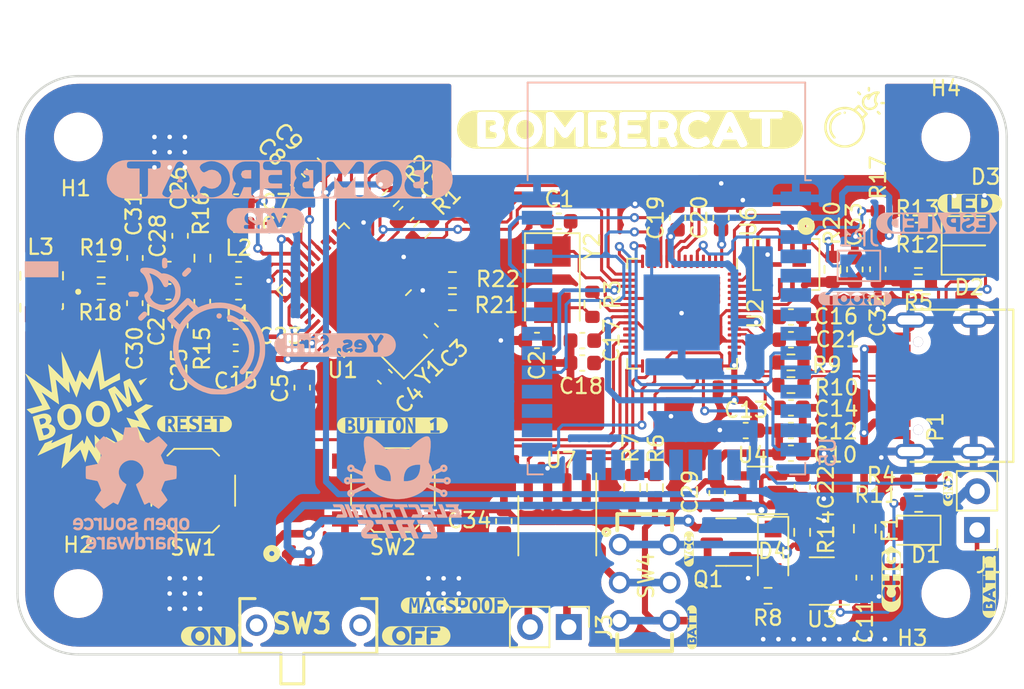
<source format=kicad_pcb>
(kicad_pcb (version 20221018) (generator pcbnew)
  (title_block (title "BomberCat") (date "2022-07-11") (rev "v1.0") (company "Electronic Cats") (comment 1 "Eduardo Contreras"))
  (layers (0 "F.Cu" signal "Top") (31 "B.Cu" signal "Bottom") (34 "B.Paste" user) (35 "F.Paste" user) (36 "B.SilkS" user "B.Silkscreen") (37 "F.SilkS" user "F.Silkscreen") (38 "B.Mask" user) (39 "F.Mask" user) (44 "Edge.Cuts" user))
  (net 0 "")
  (net 1 "Net-(C1-Pad1)")
  (net 2 "GND")
  (net 3 "Net-(C2-Pad1)")
  (net 4 "Net-(C3-Pad1)")
  (net 5 "Net-(C4-Pad1)")
  (net 6 "Net-(C5-Pad1)")
  (net 7 "+3V3")
  (net 8 "Net-(C7-Pad1)")
  (net 9 "Net-(C8-Pad1)")
  (net 10 "+BATT")
  (net 11 "+1V2")
  (net 12 "Net-(C22-Pad1)")
  (net 13 "Net-(C23-Pad1)")
  (net 14 "/RXP")
  (net 15 "Net-(C24-Pad1)")
  (net 16 "/RXN")
  (net 17 "Net-(C25-Pad1)")
  (net 18 "Net-(C26-Pad2)")
  (net 19 "Net-(C27-Pad1)")
  (net 20 "Net-(C28-Pad1)")
  (net 21 "Net-(D1-Pad1)")
  (net 22 "VBUS")
  (net 23 "Net-(D2-Pad1)")
  (net 24 "/ESP_LED")
  (net 25 "Net-(D3-Pad1)")
  (net 26 "/LED1")
  (net 27 "Net-(D4-Pad1)")
  (net 28 "Net-(F1-Pad1)")
  (net 29 "/SWDIO")
  (net 30 "/RST")
  (net 31 "/SWCLK")
  (net 32 "/OUTA")
  (net 33 "/OUTB")
  (net 34 "/TX1")
  (net 35 "/TX2")
  (net 36 "Net-(L3-Pad1)")
  (net 37 "Net-(L3-Pad2)")
  (net 38 "Net-(P1-PadA5)")
  (net 39 "/D-")
  (net 40 "/D+")
  (net 41 "Net-(P1-PadB5)")
  (net 42 "Net-(R3-Pad2)")
  (net 43 "/RD+")
  (net 44 "/RD-")
  (net 45 "/ESP_RESET")
  (net 46 "/QSPI_CS")
  (net 47 "/GPIO1")
  (net 48 "/ADR0")
  (net 49 "/ADR1")
  (net 50 "/SDA")
  (net 51 "/SCL")
  (net 52 "/IRQ")
  (net 53 "/VEN")
  (net 54 "/CLK")
  (net 55 "Net-(R11-Pad1)")
  (net 56 "Net-(R8-Pad1)")
  (net 63 "/ACK_CTS")
  (net 67 "/COPI_RTS")
  (net 77 "/ESP_GPIO0")
  (net 81 "/CS_RX")
  (net 82 "/SCK")
  (net 86 "/CIPO_TX")
  (net 88 "/QSPI_DATA1")
  (net 89 "/QSPI_DATA2")
  (net 90 "/QSPI_DATA0")
  (net 91 "/QSPI_SCK")
  (net 92 "/QSPI_DATA3")
  (net 95 "/IN_A")
  (net 96 "/IN_B")
  (net 97 "Net-(C34-Pad1)")
  (net 110 "/B_ADC")
  (footprint "Crystal:Crystal_SMD_2016-4Pin_2.0x1.6mm" (layer "F.Cu") (at 117.533883 154.113934 45)
    (fp_text reference "Y1")
    (fp_text value "27.12Mhz")
  )
  (footprint "Resistor_SMD:R_0603_1608Metric" (layer "F.Cu") (at 116.52 144.01 -135)
    (fp_text reference "R2")
    (fp_text value "10K")
  )
  (footprint "Capacitor_SMD:C_0603_1608Metric" (layer "F.Cu") (at 126.136716 153.371618 180)
    (fp_text reference "C2")
    (fp_text value "27pF")
  )
  (footprint "Resistor_SMD:R_0603_1608Metric" (layer "F.Cu") (at 142.821716 156.30495 180)
    (fp_text reference "R10")
    (fp_text value "27")
  )
  (footprint "Resistor_SMD:R_0603_1608Metric" (layer "F.Cu") (at 143.559216 165.979118 90)
    (fp_text reference "R14")
    (fp_text value "100K")
  )
  (footprint "Capacitor_SMD:C_0603_1608Metric" (layer "F.Cu") (at 111.46 141.86 135)
    (fp_text reference "C9")
    (fp_text value "100nF")
  )
  (footprint "Capacitor_SMD:C_0603_1608Metric" (layer "F.Cu") (at 142.821716 159.288282)
    (fp_text reference "C12")
    (fp_text value "100nF")
  )
  (footprint "Capacitor_SMD:C_0603_1608Metric" (layer "F.Cu") (at 110.421992 142.891992 135)
    (fp_text reference "C8")
    (fp_text value "1uF")
  )
  (footprint "Resistor_SMD:R_0603_1608Metric" (layer "F.Cu") (at 104.15 147.965 90)
    (fp_text reference "R16")
    (fp_text value "2k2")
  )
  (footprint "Package_TO_SOT_SMD:SOT-23-5" (layer "F.Cu") (at 144.849216 169.179118 180)
    (fp_text reference "U3")
    (fp_text value "MCP73831-3-OT")
  )
  (footprint "Capacitor_SMD:C_0603_1608Metric" (layer "F.Cu") (at 106.36 145.735)
    (fp_text reference "C24")
    (fp_text value "1nF/16V")
  )
  (footprint "Capacitor_SMD:C_0603_1608Metric" (layer "F.Cu") (at 142.821716 157.796616)
    (fp_text reference "C14")
    (fp_text value "1uF")
  )
  (footprint "Package_TO_SOT_SMD:SOT-23-5" (layer "F.Cu") (at 140.781716 163.219118 180)
    (fp_text reference "U4")
    (fp_text value "AP2112K-3.3")
  )
  (footprint "Fuse:Fuse_0805_2012Metric" (layer "F.Cu") (at 147.67 165.74 -90)
    (fp_text reference "F1")
    (fp_text value "0.5A")
  )
  (footprint "kibuzzard-62CC57AB" (layer "F.Cu") (at 120.75 170.78)
    (fp_text reference "kibuzzard-62CC57AB" hide)
    (fp_text value "G***" hide)
  )
  (footprint "LED_SMD:LED_0805_2012Metric_Pad1.15x1.40mm_HandSolder" (layer "F.Cu") (at 154.58 148.09)
    (fp_text reference "D2")
    (fp_text value "LED")
  )
  (footprint "kibuzzard-62E1B296" (layer "F.Cu") (at 136.32 172.22 90)
    (fp_text reference "kibuzzard-62E1B296" hide)
    (fp_text value "G***" hide)
  )
  (footprint "Capacitor_SMD:C_0603_1608Metric" (layer "F.Cu") (at 139.85 159.29 180)
    (fp_text reference "C13")
    (fp_text value "100nF")
  )
  (footprint "Capacitor_SMD:C_0603_1608Metric" (layer "F.Cu") (at 119.17 152.73 -45)
    (fp_text reference "C3")
    (fp_text value "10pF")
  )
  (footprint "Inductor_SMD:L_0603_1608Metric_Pad1.05x0.95mm_HandSolder" (layer "F.Cu") (at 106.53 148.715)
    (fp_text reference "L2")
    (fp_text value "160nH")
  )
  (footprint "Resistor_SMD:R_0603_1608Metric" (layer "F.Cu") (at 118.6 146.09 -135)
    (fp_text reference "R1")
    (fp_text value "10K")
  )
  (footprint "Capacitor_SMD:C_0603_1608Metric" (layer "F.Cu") (at 106.365 144.275 180)
    (fp_text reference "C7")
    (fp_text value "100nF")
  )
  (footprint "Capacitor_SMD:C_0603_1608Metric" (layer "F.Cu") (at 137.969216 163.399118 -90)
    (fp_text reference "C29")
    (fp_text value "10uF")
  )
  (footprint "Resistor_SMD:R_0603_1608Metric" (layer "F.Cu") (at 151.245 146.15 180)
    (fp_text reference "R13")
    (fp_text value "1K")
  )
  (footprint "MountingHole:MountingHole_2.2mm_M2" (layer "F.Cu") (at 153 140)
    (fp_text reference "H4")
    (fp_text value "MountingHole")
  )
  (footprint "Resistor_SMD:R_0603_1608Metric" (layer "F.Cu") (at 151.2 148.09 180)
    (fp_text reference "R12")
    (fp_text value "1K")
  )
  (footprint "Capacitor_SMD:C_0603_1608Metric" (layer "F.Cu") (at 110.71 156.47 -90)
    (fp_text reference "C5")
    (fp_text value "1uF")
  )
  (footprint "Capacitor_SMD:C_0603_1608Metric" (layer "F.Cu") (at 142.821716 160.779948)
    (fp_text reference "C10")
    (fp_text value "1uF")
  )
  (footprint "kibuzzard-62E1B24A" (layer "F.Cu") (at 104.54 172.8)
    (fp_text reference "kibuzzard-62E1B24A" hide)
    (fp_text value "G***" hide)
  )
  (footprint "Package_TO_SOT_SMD:SOT-23" (layer "F.Cu") (at 138.559216 166.619118 180)
    (fp_text reference "Q1")
    (fp_text value "DMG3415U-7")
  )
  (footprint "Resistor_SMD:R_0603_1608Metric" (layer "F.Cu") (at 145.55 148.705 90)
    (fp_text reference "R20")
    (fp_text value "10K")
  )
  (footprint "kibuzzard-62CC5774" (layer "F.Cu") (at 103.63 158.86)
    (fp_text reference "kibuzzard-62CC5774" hide)
    (fp_text value "G***" hide)
  )
  (footprint "Capacitor_SMD:C_0603_1608Metric" (layer "F.Cu") (at 123.96 165.245 90)
    (fp_text reference "C34")
    (fp_text value "10uf")
  )
  (footprint "Capacitor_SMD:C_0603_1608Metric" (layer "F.Cu") (at 102.685 146.495 -90)
    (fp_text reference "C26")
    (fp_text value "680pF")
  )
  (footprint "Capacitor_SMD:C_0603_1608Metric" (layer "F.Cu") (at 138.23 145.305 90)
    (fp_text reference "C20")
    (fp_text value "100nF")
  )
  (footprint "Resistor_SMD:R_0603_1608Metric" (layer "F.Cu") (at 129.776716 150.996618 90)
    (fp_text reference "R3")
    (fp_text value "1K")
  )
  (footprint "Capacitor_SMD:C_0603_1608Metric" (layer "F.Cu") (at 106.34 153.13)
    (fp_text reference "C23")
    (fp_text value "1nF/16V")
  )
  (footprint "Capacitor_SMD:C_0603_1608Metric" (layer "F.Cu") (at 99.72 147.95 -90)
    (fp_text reference "C31")
    (fp_text value "120pF")
  )
  (footprint "Resistor_SMD:R_0603_1608Metric" (layer "F.Cu") (at 132.39 163.035 -90)
    (fp_text reference "R7")
    (fp_text value "100K")
  )
  (footprint "Inductor_SMD:L_0603_1608Metric_Pad1.05x0.95mm_HandSolder" (layer "F.Cu") (at 106.525 150.175 180)
    (fp_text reference "L1")
    (fp_text value "160nH")
  )
  (footprint "Capacitor_SMD:C_0603_1608Metric" (layer "F.Cu") (at 142.821716 151.829952)
    (fp_text reference "C16")
    (fp_text value "100nF")
  )
  (footprint "Capacitor_SMD:C_0603_1608Metric" (layer "F.Cu") (at 142.821716 153.321618)
    (fp_text reference "C21")
    (fp_text value "100nF")
  )
  (footprint "Capacitor_SMD:C_0603_1608Metric" (layer "F.Cu") (at 147.02 148.705 90)
    (fp_text reference "C33")
    (fp_text value "100nF")
  )
  (footprint "kibuzzard-62EEB113" (layer "F.Cu") (at 155.85 169.58 90)
    (fp_text reference "kibuzzard-62EEB113" hide)
    (fp_text value "G***" hide)
  )
  (footprint "Resistor_SMD:R_0603_1608Metric" (layer "F.Cu") (at 148.53 145.68 90)
    (fp_text reference "R17")
    (fp_text value "10K")
  )
  (footprint "Resistor_SMD:R_0603_1608Metric" (layer "F.Cu") (at 133.89 163.04 90)
    (fp_text reference "R6")
    (fp_text value "100K")
  )
  (footprint "kibuzzard-62CC5B78" (layer "F.Cu") (at 132.25 139.51)
    (fp_text reference "kibuzzard-62CC5B78" hide)
    (fp_text value "G***" hide)
  )
  (footprint "Capacitor_SMD:C_0603_1608Metric" (layer "F.Cu") (at 143.569216 162.994118 -90)
    (fp_text reference "C22")
    (fp_text value "10uF")
  )
  (footprint "Resistor_SMD:R_0603_1608Metric" (layer "F.Cu") (at 97.5 150.17)
    (fp_text reference "R18")
    (fp_text value "3.24R")
  )
  (footprint "Resistor_SMD:R_0603_1608Metric" (layer "F.Cu") (at 151.215 162.64)
    (fp_text reference "R4")
    (fp_text value "5k1")
  )
  (footprint "Resistor_SMD:R_0603_1608Metric" (layer "F.Cu") (at 120.58 149.4)
    (fp_text reference "R22")
    (fp_text value "100K")
  )
  (footprint "Capacitor_SMD:C_0603_1608Metric" (layer "F.Cu") (at 135.37 145.315 90)
    (fp_text reference "C19")
    (fp_text value "100nF")
  )
  (footprint "Resistor_SMD:R_0603_1608Metric" (layer "F.Cu") (at 120.58 150.86)
    (fp_text reference "R21")
    (fp_text value "100K")
  )
  (footprint "Connector_PinHeader_2.54mm:PinHeader_1x02_P2.54mm_Vertical" (layer "F.Cu") (at 155.05 165.82 180)
    (fp_text reference "J1")
    (fp_text value "Battery")
  )
  (footprint "LED_SMD:LED_0805_2012Metric_Pad1.15x1.40mm_HandSolder" (layer "F.Cu") (at 150.795 165.84 180)
    (fp_text reference "D1")
    (fp_text value "LED")
  )
  (footprint "Capacitor_SMD:C_0603_1608Metric" (layer "F.Cu") (at 102.67 152.385 -90)
    (fp_text reference "C25")
    (fp_text value "680pF")
  )
  (footprint "Package_DFN_QFN:QFN-40-1EP_6x6mm_P0.5mm_EP4.6x4.6mm" (layer "F.Cu") (at 113.46 150.06 -135)
    (fp_text reference "U1")
    (fp_text value "PN7150B0HN_C11002E-PN7150B0HN_C11002E")
  )
  (footprint "MountingHole:MountingHole_2.2mm_M2" (layer "F.Cu") (at 96 140)
    (fp_text reference "H1")
    (fp_text value "MountingHole")
  )
  (footprint "Capacitor_SMD:C_0603_1608Metric" (layer "F.Cu") (at 148.53 148.69 -90)
    (fp_text reference "C32")
    (fp_text value "100nF")
  )
  (footprint "Capacitor_SMD:C_0603_1608Metric" (layer "F.Cu") (at 147.629216 168.954118 -90)
    (fp_text reference "C11")
    (fp_text value "10uF")
  )
  (footprint "Connector_PinHeader_2.54mm:PinHeader_1x02_P2.54mm_Vertical" (layer "F.Cu") (at 128.225 172.2 -90)
    (fp_text reference "J3")
    (fp_text value "MAGSPOOF")
  )
  (footprint "MountingHole:MountingHole_2.2mm_M2" (layer "F.Cu") (at 153 170)
    (fp_text reference "H3")
    (fp_text value "MountingHole")
  )
  (footprint "Capacitor_SMD:C_0603_1608Metric" (layer "F.Cu") (at 101.935 148.705)
    (fp_text reference "C28")
    (fp_text value "100pF/50V")
  )
  (footprint "Crystal:Crystal_SMD_5032-2Pin_5.0x3.2mm" (layer "F.Cu") (at 127.146716 149.371618 -90)
    (fp_text reference "Y2")
    (fp_text value "12Mhz")
  )
  (footprint "MountingHole:MountingHole_2.2mm_M2" (layer "F.Cu") (at 96 170)
    (fp_text reference "H2")
    (fp_text value "MountingHole")
  )
  (footprint "Capacitor_SMD:C_0603_1608Metric" (layer "F.Cu") (at 117.561992 145.048008 45)
    (fp_text reference "C6")
    (fp_text value "1uF")
  )
  (footprint "Connectors:MOLEX_1661" (layer "F.Cu") (at 93.59 150.17 90)
    (fp_text reference "L3")
    (fp_text value "L")
  )
  (footprint "Resistor_SMD:R_0603_1608Metric" (layer "F.Cu") (at 104.14 150.925 90)
    (fp_text reference "R15")
    (fp_text value "2k2")
  )
  (footprint "Capacitor_SMD:C_0603_1608Metric" (layer "F.Cu") (at 106.345 154.59 180)
    (fp_text reference "C15")
    (fp_text value "100nF")
  )
  (footprint "Resistor_SMD:R_0603_1608Metric" (layer "F.Cu") (at 141.319216 170.149118 180)
    (fp_text reference "R8")
    (fp_text value "2K")
  )
  (footprint "BomberCat:JS202011CQN" (layer "F.Cu") (at 133.21 169.28 -90)
    (fp_text reference "SW4")
    (fp_text value "SOURCE MAG" hide)
  )
  (footprint "Capacitor_SMD:C_0603_1608Metric" (layer "F.Cu") (at 127.571716 145.541618 180)
    (fp_text reference "C1")
    (fp_text value "27pF")
  )
  (footprint "Capacitor_SMD:C_0603_1608Metric" (layer "F.Cu") (at 99.71 150.92 -90)
    (fp_text reference "C30")
    (fp_text value "120pF")
  )
  (footprint "BomberCat:JS102011SAQN" (layer "F.Cu") (at 111.11 170.332075)
    (fp_text reference "SW3")
    (fp_text value "ON" hide)
  )
  (footprint "LOGO" (layer "F.Cu") (at 96.81 157.75)
    (fp_text reference "G***")
    (fp_text value "LOGO" hide)
  )
  (footprint "Capacitor_SMD:C_0603_1608Metric" (layer "F.Cu") (at 129.116716 153.381618 180)
    (fp_text reference "C17")
    (fp_text value "100nF")
  )
  (footprint "Button_Switch_SMD:SW_SPST_TL3342" (layer "F.Cu") (at 116.67 163.2 180)
    (fp_text reference "SW2")
    (fp_text value "GPIO")
  )
  (footprint "LOGO" (layer "F.Cu") (at 147.01 138.7)
    (fp_text reference "G***")
    (fp_text value "LOGO" hide)
  )
  (footprint "kibuzzard-62E1B288" (layer "F.Cu") (at 136.12 167.07 90)
    (fp_text reference "kibuzzard-62E1B288" hide)
    (fp_text value "G***" hide)
  )
  (footprint "Button_Switch_SMD:SW_SPST_TL3342" (layer "F.Cu") (at 103.55 163.24 180)
    (fp_text reference "SW1")
    (fp_text value "RESET")
  )
  (footprint "Resistor_SMD:R_0603_1608Metric" (layer "F.Cu") (at 151.195 149.56)
    (fp_text reference "R5")
    (fp_text value "5k1")
  )
  (footprint "BomberCat:RP2040-QFN-56" (layer "F.Cu") (at 135.671716 151.611618 -90)
    (fp_text reference "U2")
    (fp_text value "RP2040")
  )
  (footprint "Diode_SMD:D_SOD-123F" (layer "F.Cu") (at 141.649216 167.159118 -90)
    (fp_text reference "D4")
    (fp_text value "MBR120")
  )
  (footprint "kibuzzard-62E41048" (layer "F.Cu") (at 153.14 163.1 90)
    (fp_text reference "kibuzzard-62E41048" hide)
    (fp_text value "G***" hide)
  )
  (footprint "Resistor_SMD:R_0603_1608Metric" (layer "F.Cu") (at 151.215 164.11)
    (fp_text reference "R11")
    (fp_text value "1K")
  )
  (footprint "Capacitor_SMD:C_0603_1608Metric" (layer "F.Cu") (at 129.111716 154.851618 180)
    (fp_text reference "C18")
    (fp_text value "100nF")
  )
  (footprint "kibuzzard-62CC5892" (layer "F.Cu") (at 149.41 169.04 90)
    (fp_text reference "kibuzzard-62CC5892" hide)
    (fp_text value "G***" hide)
  )
  (footprint "Connectors:C393939" (layer "F.Cu") (at 150.681716 156.349118 90)
    (fp_text reference "P1")
    (fp_text value "USB_C_Plug_USB2.0")
  )
  (footprint "LED_SMD:LED_0805_2012Metric_Pad1.15x1.40mm_HandSolder" (layer "F.Cu") (at 154.585 146.16)
    (fp_text reference "D3")
    (fp_text value "LED")
  )
  (footprint "Resistor_SMD:R_0603_1608Metric" (layer "F.Cu") (at 142.821716 154.813284 180)
    (fp_text reference "R9")
    (fp_text value "27")
  )
  (footprint "Capacitor_SMD:C_0603_1608Metric" (layer "F.Cu") (at 116.14 155.75 135)
    (fp_text reference "C4")
    (fp_text value "10pF")
  )
  (footprint "kibuzzard-62CC9A49" (layer "F.Cu") (at 154.58 144.36)
    (fp_text reference "kibuzzard-62CC9A49" hide)
    (fp_text value "G***" hide)
  )
  (footprint "kibuzzard-62CC5787" (layer "F.Cu") (at 116.64 158.95)
    (fp_text reference "kibuzzard-62CC5787" hide)
    (fp_text value "G***" hide)
  )
  (footprint "Capacitor_SMD:C_0603_1608Metric" (layer "F.Cu") (at 101.925 150.17)
    (fp_text reference "C27")
    (fp_text value "100pF/50V")
  )
  (footprint "BomberCat:W25Q16JVUUIQ" (layer "F.Cu") (at 142.521716 148.38 -90)
    (fp_text reference "U6")
    (fp_text value "W25Q16JV")
  )
  (footprint "Resistor_SMD:R_0603_1608Metric" (layer "F.Cu") (at 97.5 148.7)
    (fp_text reference "R19")
    (fp_text value "3.24R")
  )
  (footprint "kibuzzard-62E1B2BF" (layer "F.Cu") (at 118.2 172.78)
    (fp_text reference "kibuzzard-62E1B2BF" hide)
    (fp_text value "G***" hide)
  )
  (footprint "Package_SO:SOIC-8_3.9x4.9mm_P1.27mm" (layer "F.Cu") (at 127.47 165.55 -90)
    (fp_text reference "U7")
    (fp_text value "TC4424")
  )
  (footprint "Aesthetics:electronic_cats_logo_8x6" (layer "B.Cu") (at 116.96 163.03 180)
    (fp_text reference "G***" hide)
    (fp_text value "LOGO" hide)
  )
  (footprint "RF_Module:ESP32-WROOM-32" (layer "B.Cu") (at 134.64 152.29 180)
    (fp_text reference "U5")
    (fp_text value "ESP32-WROOM-32D")
  )
  (footprint "kibuzzard-62CC595D" (layer "B.Cu") (at 152.4 145.66 180)
    (fp_text reference "kibuzzard-62CC595D" hide)
    (fp_text value "G***" hide)
  )
  (footprint "Symbol:OSHW-Logo_7.5x8mm_SilkScreen" (layer "B.Cu") (at 99.48 163.09 180)
    (fp_text reference "REF**" hide)
    (fp_text value "OSHW-Logo_7.5x8mm_SilkScreen" hide)
  )
  (footprint "kibuzzard-62CC5B78" (layer "B.Cu") (at 109.23 142.78 180)
    (fp_text reference "kibuzzard-62CC5B78" hide)
    (fp_text value "G***" hide)
  )
  (footprint "LOGO" (layer "B.Cu") (at 103.78 152.42 180)
    (fp_text reference "G***")
    (fp_text value "LOGO" hide)
  )
  (footprint "kibuzzard-62EEB073" (layer "B.Cu") (at 147.03 150.62 180)
    (fp_text reference "kibuzzard-62EEB073" hide)
    (fp_text value "G***" hide)
  )
  (footprint "kibuzzard-62CC5BEF" (layer "B.Cu") (at 112.87 153.67 180)
    (fp_text reference "kibuzzard-62CC5BEF" hide)
    (fp_text value "G***" hide)
  )
  (footprint "Jumper:SolderJumper-2_P1.3mm_Open_TrianglePad1.0x1.5mm" (layer "B.Cu") (at 147.29 148.47 180)
    (fp_text reference "JP1")
    (fp_text value "BOOT")
  )
  (footprint "kibuzzard-64382690" (layer "B.Cu") (at 108.31 145.5 180)
    (fp_text reference "kibuzzard-64382690" hide)
    (fp_text value "G***" hide)
  )
  (gr_line (start 92 140) (end 92 170) (stroke (width 0.15)) (layer "Edge.Cuts"))
  (gr_arc (start 153 136) (mid 155.828427 137.171573) (end 157 140) (stroke (width 0.15)) (layer "Edge.Cuts"))
  (gr_line (start 96 174) (end 153 174) (stroke (width 0.15)) (layer "Edge.Cuts"))
  (gr_line (start 153 136) (end 96 136) (stroke (width 0.15)) (layer "Edge.Cuts"))
  (gr_line (start 157 170) (end 157 140) (stroke (width 0.15)) (layer "Edge.Cuts"))
  (gr_arc (start 92 140) (mid 93.171573 137.171573) (end 96 136) (stroke (width 0.15)) (layer "Edge.Cuts"))
  (gr_arc (start 157 170) (mid 155.828427 172.828427) (end 153 174) (stroke (width 0.15)) (layer "Edge.Cuts"))
  (gr_arc (start 96 174) (mid 93.171573 172.828427) (end 92 170) (stroke (width 0.15)) (layer "Edge.Cuts"))
  (segment (start 132.234216 151.011618) (end 131.171716 151.011618) (width 0.2) (layer "F.Cu") (net 1))
  (segment (start 127.146716 147.363284) (end 128.346716 146.163284) (width 0.2) (layer "F.Cu") (net 1))
  (segment (start 130.621716 150.31954) (end 130.620499 150.318323) (width 0.2) (layer "F.Cu") (net 1))
  (segment (start 130.620499 150.318323) (end 130.620499 149.595401) (width 0.2) (layer "F.Cu") (net 1))
  (segment (start 128.546716 147.521618) (end 127.146716 147.521618) (width 0.2) (layer "F.Cu") (net 1))
  (segment (start 128.346716 146.163284) (end 128.346716 145.541618) (width 0.2) (layer "F.Cu") (net 1))
  (segment (start 129.342451 149.252451) (end 128.907549 148.817549) (width 0.2) (layer "F.Cu") (net 1))
  (segment (start 127.146716 147.521618) (end 127.146716 147.363284) (width 0.2) (layer "F.Cu") (net 1))
  (segment (start 130.277549 149.252451) (end 129.342451 149.252451) (width 0.2) (layer "F.Cu") (net 1))
  (segment (start 128.907549 148.817549) (end 128.907549 147.882451) (width 0.2) (layer "F.Cu") (net 1))
  (segment (start 128.907549 147.882451) (end 128.546716 147.521618) (width 0.2) (layer "F.Cu") (net 1))
  (segment (start 130.621716 150.461618) (end 130.621716 150.31954) (width 0.2) (layer "F.Cu") (net 1))
  (segment (start 130.620499 149.595401) (end 130.277549 149.252451) (width 0.2) (layer "F.Cu") (net 1))
  (segment (start 131.171716 151.011618) (end 130.621716 150.461618) (width 0.2) (layer "F.Cu") (net 1))
  (segment (start 148.849118 153.149118) (end 148.09 152.39) (width 0.5) (layer "F.Cu") (net 2))
  (segment (start 138.23 143.06) (end 138.24 143.05) (width 0.2) (layer "F.Cu") (net 2))
  (segment (start 117.98 149.26) (end 118.63 149.91) (width 0.2) (layer "F.Cu") (net 2))
  (segment (start 126.835 161.775) (end 126.83 161.77) (width 0.4) (layer "F.Cu") (net 2))
  (segment (start 143.596716 160.779948) (end 144.979948 160.779948) (width 0.2) (layer "F.Cu") (net 2))
  (segment (start 140.494216 170.149118) (end 140.494216 169.474216) (width 0.2) (layer "F.Cu") (net 2))
  (segment (start 123.761618 153.371618) (end 123.76 153.37) (width 0.6) (layer "F.Cu") (net 2))
  (segment (start 138.23 144.53) (end 139.28 144.53) (width 0.2) (layer "F.Cu") (net 2))
  (segment (start 138.854216 168.989118) (end 138.849216 168.994118) (width 0.2) (layer "F.Cu") (net 2))
  (segment (start 125.361716 153.371618) (end 123.761618 153.371618) (width 0.6) (layer "F.Cu") (net 2))
  (segment (start 145.986716 169.179118) (end 147.079216 169.179118) (width 0.3) (layer "F.Cu") (net 2))
  (segment (start 147.02 147.93) (end 147.02 146.581796) (width 0.2) (layer "F.Cu") (net 2))
  (segment (start 110.145437 149.220311) (end 109.745126 148.82) (width 0.2) (layer "F.Cu") (net 2))
  (segment (start 148.149118 169.729118) (end 148.61 170.19) (width 0.3) (layer "F.Cu") (net 2))
  (segment (start 113.46 147.585126) (end 113.46 150.06) (width 0.2) (layer "F.Cu") (net 2))
  (segment (start 134.671716 150.611618) (end 135.635049 151.574951) (width 0.2) (layer "F.Cu") (net 2))
  (segment (start 135.234118 164.174118) (end 135.22 164.16) (width 0.6) (layer "F.Cu") (net 2))
  (segment (start 148.53 149.465) (end 148.53 151.29) (width 0.4) (layer "F.Cu") (net 2))
  (segment (start 135.37 144.54) (end 135.22 144.39) (width 0.2) (layer "F.Cu") (net 2))
  (segment (start 150.37 149.56) (end 150.37 148.095) (width 0.4) (layer "F.Cu") (net 2))
  (segment (start 148.53 149.465) (end 150.275 149.465) (width 0.4) (layer "F.Cu") (net 2))
  (segment (start 114.52066 150.06) (end 113.46 150.06) (width 0.3) (layer "F.Cu") (net 2))
  (segment (start 115.934874 150.06) (end 113.46 150.06) (width 0.2) (layer "F.Cu") (net 2))
  (segment (start 116.067456 148.513204) (end 116.697606 147.883054) (width 0.2) (layer "F.Cu") (net 2))
  (segment (start 147.629216 169.729118) (end 148.149118 169.729118) (width 0.3) (layer "F.Cu") (net 2))
  (segment (start 150.375 148.09) (end 150.375 146.195) (width 0.4) (layer "F.Cu") (net 2))
  (segment (start 149.856716 153.149118) (end 148.849118 153.149118) (width 0.5) (layer "F.Cu") (net 2))
  (segment (start 124.084 164.47) (end 124.714 165.1) (width 0.4) (layer "F.Cu") (net 2))
  (segment (start 144.979948 160.779948) (end 145 160.8) (width 0.2) (layer "F.Cu") (net 2))
  (segment (start 128.341716 154.846618) (end 128.336716 154.851618) (width 0.2) (layer "F.Cu") (net 2))
  (segment (start 148.76 160.1) (end 148.76 161.06) (width 0.5) (layer "F.Cu") (net 2))
  (segment (start 118.11 144.5) (end 118.11 144.48) (width 0.2) (layer "F.Cu") (net 2))
  (segment (start 140.494216 169.474216) (end 140.01 168.99) (width 0.2) (layer "F.Cu") (net 2))
  (segment (start 139.749216 168.989118) (end 138.854216 168.989118) (width 0.2) (layer "F.Cu") (net 2))
  (segment (start 141.919216 163.219118) (end 143.019216 163.219118) (width 0.3) (layer "F.Cu") (net 2))
  (segment (start 110.145437 149.220311) (end 110.985126 150.06) (width 0.2) (layer "F.Cu") (net 2))
  (segment (start 114.74 146.305126) (end 114.74 145.62) (width 0.2) (layer "F.Cu") (net 2))
  (segment (start 135.671716 151.611618) (end 135.635049 151.574951) (width 0.2) (layer "F.Cu") (net 2))
  (segment (start 137.969216 164.174118) (end 135.234118 164.174118) (width 0.6) (layer "F.Cu") (net 2))
  (segment (start 149.856716 159.549118) (end 149.310882 159.549118) (width 0.5) (layer "F.Cu") (net 2))
  (segment (start 132.234216 150.611618) (end 134.671716 150.611618) (width 0.2) (layer "F.Cu") (net 2))
  (segment (start 117.640162 148.920162) (end 117.98 149.26) (width 0.2) (layer "F.Cu") (net 2))
  (segment (start 110.985126 150.06) (end 113.46 150.06) (width 0.2) (layer "F.Cu") (net 2))
  (segment (start 138.23 144.53) (end 138.23 143.06) (width 0.2) (layer "F.Cu") (net 2))
  (segment (start 109.08 148.82) (end 108.5 149.4) (width 0.2) (layer "F.Cu") (net 2))
  (segment (start 140.494216 170.149118) (end 140.494216 169.734118) (width 0.2) (layer "F.Cu") (net 2))
  (segment (start 124.714 165.1) (end 126.238 165.1) (width 0.4) (layer "F.Cu") (net 2))
  (segment (start 143.019216 163.219118) (end 143.569216 163.769118) (width 0.3) (layer "F.Cu") (net 2))
  (segment (start 116.774563 149.220311) (end 115.934874 150.06) (width 0.2) (layer "F.Cu") (net 2))
  (segment (start 116.697606 147.883054) (end 117.375912 147.883054) (width 0.2) (layer "F.Cu") (net 2))
  (segment (start 126.835 163.075) (end 126.835 161.775) (width 0.4) (layer "F.Cu") (net 2))
  (segment (start 143.559216 165.154118) (end 143.559216 163.779118) (width 0.3) (layer "F.Cu") (net 2))
  (segment (start 150.37 148.095) (end 150.375 148.09) (width 0.4) (layer "F.Cu") (net 2))
  (segment (start 143.569216 163.769118) (end 144.979118 163.769118) (width 0.3) (layer "F.Cu") (net 2))
  (segment (start 109.745126 148.82) (end 109.08 148.82) (width 0.2) (layer "F.Cu") (net 2))
  (segment (start 118.11 144.48) (end 118.7 143.89) (width 0.2) (layer "F.Cu") (net 2))
  (segment (start 150.275 149.465) (end 150.37 149.56) (width 0.4) (layer "F.Cu") (net 2))
  (segment (start 150.375 146.195) (end 150.42 146.15) (width 0.4) (layer "F.Cu") (net 2))
  (segment (start 135.22 144.39) (end 132.58 144.39) (width 0.2) (layer "F.Cu") (net 2))
  (segment (start 143.559216 165.154118) (end 144.944118 165.154118) (width 0.3) (layer "F.Cu") (net 2))
  (segment (start 114.299689 146.745437) (end 114.74 146.305126) (width 0.2) (layer "F.Cu") (net 2))
  (segment (start 111.913204 152.667456) (end 111.34 153.24066) (width 0.2) (layer "F.Cu") (net 2))
  (segment (start 139.28 144.53) (end 139.66 144.15) (width 0.2) (layer "F.Cu") (net 2))
  (segment (start 128.341716 153.381618) (end 128.341716 154.846618) (width 0.2) (layer "F.Cu") (net 2))
  (segment (start 147.079216 169.179118) (end 147.629216 169.729118) (width 0.3) (layer "F.Cu") (net 2))
  (segment (start 116.067456 148.513204) (end 114.52066 150.06) (width 0.3) (layer "F.Cu") (net 2))
  (segment (start 141.321566 147.697478) (end 141.289943 147.729101) (width 0.2) (layer "F.Cu") (net 2))
  (segment (start 114.299689 146.745437) (end 113.46 147.585126) (width 0.2) (layer "F.Cu") (net 2))
  (segment (start 149.310882 159.549118) (end 148.76 160.1) (width 0.5) (layer "F.Cu") (net 2))
  (segment (start 118.63 149.91) (end 118.63 150.08) (width 0.2) (layer "F.Cu") (net 2))
  (segment (start 123.96 164.47) (end 124.084 164.47) (width 0.4) (layer "F.Cu") (net 2))
  (segment (start 144.944118 165.154118) (end 145 165.21) (width 0.3) (layer "F.Cu") (net 2))
  (segment (start 108.5 149.4) (end 108.5 149.45) (width 0.2) (layer "F.Cu") (net 2))
  (segment (start 141.321566 147.0108) (end 141.321566 147.697478) (width 0.2) (layer "F.Cu") (net 2))
  (segment (start 144.979118 163.769118) (end 144.98 163.77) (width 0.3) (layer "F.Cu") (net 2))
  (segment (start 116.774563 149.220311) (end 117.074712 148.920162) (width 0.2) (layer "F.Cu") (net 2))
  (segment (start 117.074712 148.920162) (end 117.640162 148.920162) (width 0.2) (layer "F.Cu") (net 2))
  (segment (start 111.34 153.24066) (end 111.34 153.55) (width 0.2) (layer "F.Cu") (net 2))
  (segment (start 147.02 146.581796) (end 147.062296 146.5395) (width 0.2) (layer "F.Cu") (net 2))
  (segment (start 140.494216 169.734118) (end 139.749216 168.989118) (width 0.2) (layer "F.Cu") (net 2))
  (segment (start 111.913204 152.667456) (end 113.46 151.12066) (width 0.2) (layer "F.Cu") (net 2))
  (segment (start 143.559216 163.779118) (end 143.569216 163.769118) (width 0.3) (layer "F.Cu") (net 2))
  (segment (start 113.46 151.12066) (end 113.46 150.06) (width 0.2) (layer "F.Cu") (net 2))
  (via (at 119 169) (size 0.6) (drill 0.3) (layers "F.Cu" "B.Cu") (net 2))
  (via (at 138.24 143.05) (size 0.6) (drill 0.3) (layers "F.Cu" "B.Cu") (net 2))
  (via (at 123.76 153.37) (size 0.6) (drill 0.3) (layers "F.Cu" "B.Cu") (net 2))
  (via (at 120 169) (size 0.6) (drill 0.3) (layers "F.Cu" "B.Cu") (net 2))
  (via (at 101 141) (size 0.6) (drill 0.3) (layers "F.Cu" "B.Cu") (net 2))
  (via (at 120 170) (size 0.6) (drill 0.3) (layers "F.Cu" "B.Cu") (net 2))
  (via (at 126.83 161.77) (size 0.6) (drill 0.3) (layers "F.Cu" "B.Cu") (net 2))
  (via (at 145 160.8) (size 0.6) (drill 0.3) (layers "F.Cu" "B.Cu") (net 2))
  (via (at 103 170) (size 0.6) (drill 0.3) (layers "F.Cu" "B.Cu") (net 2))
  (via (at 144 173) (size 0.6) (drill 0.3) (layers "F.Cu" "B.Cu") (net 2))
  (via (at 121 170) (size 0.6) (drill 0.3) (layers "F.Cu" "B.Cu") (net 2))
  (via (at 143 173) (size 0.6) (drill 0.3) (layers "F.Cu" "B.Cu") (net 2))
  (via (at 140.01 168.99) (size 0.6) (drill 0.3) (layers "F.Cu" "B.Cu") (net 2))
  (via (at 102 142) (size 0.6) (drill 0.3) (layers "F.Cu" "B.Cu") (net 2))
  (via (at 117.375912 147.883054) (size 0.6) (drill 0.3) (layers "F.Cu" "B.Cu") (net 2))
  (via (at 102 171) (size 0.6) (drill 0.3) (layers "F.Cu" "B.Cu") (net 2))
  (via (at 138.15 159.26) (size 0.6) (drill 0.3) (layers "F.Cu" "B.Cu") (net 2))
  (via (at 147.062296 146.5395) (size 0.6) (drill 0.3) (layers "F.Cu" "B.Cu") (net 2))
  (via (at 120 171) (size 0.6) (drill 0.3) (layers "F.Cu" "B.Cu") (net 2))
  (via (at 139.66 144.15) (size 0.6) (drill 0.3) (layers "F.Cu" "B.Cu") (net 2))
  (via (at 102 170) (size 0.6) (drill 0.3) (layers "F.Cu" "B.Cu") (net 2))
  (via (at 153.56 143.87) (size 0.6) (drill 0.3) (layers "F.Cu" "B.Cu") (net 2))
  (via (at 103 142) (size 0.6) (drill 0.3) (layers "F.Cu" "B.Cu") (net 2))
  (via (at 102 140) (size 0.6) (drill 0.3) (layers "F.Cu" "B.Cu") (net 2))
  (via (at 104 169) (size 0.6) (drill 0.3) (layers "F.Cu" "B.Cu") (net 2))
  (via (at 121 169) (size 0.6) (drill 0.3) (layers "F.Cu" "B.Cu") (net 2))
  (via (at 119 171) (size 0.6) (drill 0.3) (layers "F.Cu" "B.Cu") (net 2))
  (via (at 147 173) (size 0.6) (drill 0.3) (layers "F.Cu" "B.Cu") (net 2))
  (via (at 141 173) (size 0.6) (drill 0.3) (layers "F.Cu" "B.Cu") (net 2))
  (via (at 142 173) (size 0.6) (drill 0.3) (layers "F.Cu" "B.Cu") (net 2))
  (via (at 103 171) (size 0.6) (drill 0.3) (layers "F.Cu" "B.Cu") (net 2))
  (via (at 118.7 143.89) (size 0.6) (drill 0.3) (layers "F.Cu" "B.Cu") (net 2))
  (via (at 132.58 144.39) (size 0.6) (drill 0.3) (layers "F.Cu" "B.Cu") (net 2))
  (via (at 104 171) (size 0.6) (drill 0.3) (layers "F.Cu" "B.Cu") (net 2))
  (via (at 148.61 170.19) (size 0.6) (drill 0.3) (layers "F.Cu" "B.Cu") (net 2))
  (via (at 103 140) (size 0.6) (drill 0.3) (layers "F.Cu" "B.Cu") (net 2))
  (via (at 108.5 149.45) (size 0.6) (drill 0.3) (layers "F.Cu" "B.Cu") (net 2))
  (via (at 148 173) (size 0.6) (drill 0.3) (layers "F.Cu" "B.Cu") (net 2))
  (via (at 102 169) (size 0.6) (drill 0.3) (layers "F.Cu" "B.Cu") (net 2))
  (via (at 119 170) (size 0.6) (drill 0.3) (layers "F.Cu" "B.Cu") (net 2))
  (via (at 146 173) (size 0.6) (drill 0.3) (layers "F.Cu" "B.Cu") (net 2))
  (via (at 111.34 153.55) (size 0.6) (drill 0.3) (layers "F.Cu" "B.Cu") (net 2))
  (via (at 102 141) (size 0.6) (drill 0.3) (layers "F.Cu" "B.Cu") (net 2))
  (via (at 114.74 145.62) (size 0.6) (drill 0.3) (layers "F.Cu" "B.Cu") (net 2))
  (via (at 141.289943 147.729101) (size 0.6) (drill 0.3) (layers "F.Cu" "B.Cu") (net 2))
  (via (at 101 140) (size 0.6) (drill 0.3) (layers "F.Cu" "B.Cu") (net 2))
  (via (at 121 171) (size 0.6) (drill 0.3) (layers "F.Cu" "B.Cu") (net 2))
  (via (at 144.98 163.77) (size 0.6) (drill 0.3) (layers "F.Cu" "B.Cu") (net 2))
  (via (at 148.76 161.06) (size 0.6) (drill 0.3) (layers "F.Cu" "B.Cu") (net 2))
  (via (at 134.94 158.35) (size 0.6) (drill 0.3) (layers "F.Cu" "B.Cu") (net 2))
  (via (at 101 142) (size 0.6) (drill 0.3) (layers "F.Cu" "B.Cu") (net 2))
  (via (at 148.53 151.29) (size 0.6) (drill 0.3) (layers "F.Cu" "B.Cu") (net 2))
  (via (at 118.63 150.08) (size 0.6) (drill 0.3) (layers "F.Cu" "B.Cu") (net 2))
  (via (at 148 173) (size 0.6) (drill 0.3) (layers "F.Cu" "B.Cu") (net 2))
  (via (at 103 169) (size 0.6) (drill 0.3) (layers "F.Cu" "B.Cu") (net 2))
  (via (at 148 173) (size 0.6) (drill 0.3) (layers "F.Cu" "B.Cu") (net 2))
  (via (at 135.635049 151.574951) (size 0.6) (drill 0.3) (layers "F.Cu" "B.Cu") (net 2))
  (via (at 145 173) (size 0.6) (drill 0.3) (layers "F.Cu" "B.Cu") (net 2))
  (via (at 145 165.21) (size 0.6) (drill 0.3) (layers "F.Cu" "B.Cu") (net 2))
  (via (at 155.54 143.84) (size 0.6) (drill 0.3) (layers "F.Cu" "B.Cu") (net 2))
  (via (at 149 173) (size 0.6) (drill 0.3) (layers "F.Cu" "B.Cu") (net 2))
  (via (at 103 141) (size 0.6) (drill 0.3) (layers "F.Cu" "B.Cu") (net 2))
  (via (at 104 170) (size 0.6) (drill 0.3) (layers "F.Cu" "B.Cu") (net 2))
  (segment (start 135.64 151.535) (end 133.67 149.565) (width 0.2) (layer "B.Cu") (net 2))
  (segment (start 140.93 153.72) (end 140.93 155.55) (width 0.3) (layer "B.Cu") (net 2))
  (segment (start 154.831716 160.669118) (end 150.681716 160.669118) (width 0.4) (layer "B.Cu") (net 2))
  (segment (start 150.387195 160.374597) (end 150.387195 152.323639) (width 0.4) (layer "B.Cu") (net 2))
  (segment (start 133.67 147.12) (end 133.67 146.36) (width 0.2) (layer "B.Cu") (net 2))
  (segment (start 133.67 149.565) (end 133.67 147.12) (width 0.2) (layer "B.Cu") (net 2))
  (segment (start 155.05 163.28) (end 154.34 163.28) (width 0.6) (layer "B.Cu") (net 2))
  (segment (start 136.02 155.78) (end 135.64 155.4) (width 0.3) (layer "B.Cu") (net 2))
  (segment (start 141.289943 147.729101) (end 141.289943 153.360057) (width 0.3) (layer "B.Cu") (net 2))
  (segment (start 154.34 163.28) (end 153.5 164.12) (width 0.6) (layer "B.Cu") (net 2))
  (segment (start 150.681716 160.669118) (end 150.387195 160.374597) (width 0.4) (layer "B.Cu") (net 2))
  (segment (start 150.387195 152.323639) (end 150.681716 152.029118) (width 0.4) (layer "B.Cu") (net 2))
  (segment (start 135.64 155.4) (end 135.64 151.535) (width 0.3) (layer "B.Cu") (net 2))
  (segment (start 140.93 155.55) (end 140.7 155.78) (width 0.3) (layer "B.Cu") (net 2))
  (segment (start 140.7 155.78) (end 136.02 155.78) (width 0.3) (layer "B.Cu") (net 2))
  (segment (start 150.681716 152.029118) (end 154.831716 152.029118) (width 0.4) (layer "B.Cu") (net 2))
  (segment (start 141.289943 153.360057) (end 140.93 153.72) (width 0.3) (layer "B.Cu") (net 2))
  (segment (start 129.176716 151.221618) (end 127.146716 151.221618) (width 0.2) (layer "F.Cu") (net 3))
  (segment (start 126.911716 153.371618) (end 127.146716 153.136618) (width 0.2) (layer "F.Cu") (net 3))
  (segment (start 129.776716 151.821618) (end 129.176716 151.221618) (width 0.2) (layer "F.Cu") (net 3))
  (segment (start 127.146716 153.136618) (end 127.146716 151.221618) (width 0.2) (layer "F.Cu") (net 3))
  (segment (start 117.639949 153.230051) (end 117.639949 153.164035) (width 0.2) (layer "F.Cu") (net 4))
  (segment (start 117.639949 153.164035) (end 118.621992 152.181992) (width 0.2) (layer "F.Cu") (net 4))
  (segment (start 116.067456 151.657558) (end 116.067456 151.606796) (width 0.2) (layer "F.Cu") (net 4))
  (segment (start 117.639949 153.230051) (end 116.067456 151.657558) (width 0.2) (layer "F.Cu") (net 4))
  (segment (start 116.688008 156.298008) (end 116.688008 155.737626) (width 0.2) (layer "F.Cu") (net 5))
  (segment (start 116.51 153.03) (end 116.51 152.756446) (width 0.2) (layer "F.Cu") (net 5))
  (segment (start 116.521338 153.03) (end 116.51 153.03) (width 0.2) (layer "F.Cu") (net 5))
  (segment (start 117.427817 154.997817) (end 117.427817 153.936479) (width 0.2) (layer "F.Cu") (net 5))
  (segment (start 117.427817 153.936479) (end 116.521338 153.03) (width 0.2) (layer "F.Cu") (net 5))
  (segment (start 116.688008 155.737626) (end 117.427817 154.997817) (width 0.2) (layer "F.Cu") (net 5))
  (segment (start 116.51 152.756446) (end 115.713903 151.960349) (width 0.2) (layer "F.Cu") (net 5))
  (segment (start 110.71 155.695) (end 110.71 155.08) (width 0.2) (layer "F.Cu") (net 6))
  (segment (start 110.71 155.08) (end 112.415437 153.374563) (width 0.2) (layer "F.Cu") (net 6))
  (segment (start 112.266758 153.02101) (end 112.973864 153.728116) (width 0.2) (layer "F.Cu") (net 6))
  (segment (start 112.266757 153.02101) (end 112.266758 153.02101) (width 0.2) (layer "F.Cu") (net 6))
  (segment (start 112.415437 153.374563) (end 112.620311 153.374563) (width 0.2) (layer "F.Cu") (net 6))
  (segment (start 139.084216 154.769118) (end 138.804216 155.049118) (width 0.2) (layer "F.Cu") (net 7))
  (segment (start 140.626718 159.288282) (end 140.625 159.29) (width 0.5) (layer "F.Cu") (net 7))
  (segment (start 142.046716 160.779948) (end 142.046716 159.288282) (width 0.5) (layer "F.Cu") (net 7))
  (segment (start 139.87 157.29) (end 139.1 157.29) (width 0.5) (layer "F.Cu") (net 7))
  (segment (start 143.991066 149.48) (end 143.721866 149.7492) (width 0.5) (layer "F.Cu") (net 7))
  (segment (start 134.671716 148.174118) (end 134.671716 146.788284) (width 0.2) (layer "F.Cu") (net 7))
  (segment (start 139.37 163.16) (end 138.505098 163.16) (width 0.5) (layer "F.Cu") (net 7))
  (segment (start 129.891716 153.326624) (end 130.801716 152.416624) (width 0.2) (layer "F.Cu") (net 7))
  (segment (start 147.02 149.425) (end 148.53 147.915) (width 0.5) (layer "F.Cu") (net 7))
  (segment (start 117.103363 143.426637) (end 116.166637 143.426637) (width 0.4) (layer "F.Cu") (net 7))
  (segment (start 129.891716 153.381618) (end 129.891716 153.326624) (width 0.2) (layer "F.Cu") (net 7))
  (segment (start 139.644216 164.169118) (end 139.644216 163.434216) (width 0.5) (layer "F.Cu") (net 7))
  (segment (start 147.02 149.53) (end 145.61 149.53) (width 0.2) (layer "F.Cu") (net 7))
  (segment (start 116.166637 143.426637) (end 115.86 143.12) (width 0.4) (layer "F.Cu") (net 7))
  (segment (start 140.625 159.29) (end 140.39 159.055) (width 0.5) (layer "F.Cu") (net 7))
  (segment (start 119.183363 145.506637) (end 117.103363 145.506637) (width 0.3) (layer "F.Cu") (net 7))
  (segment (start 138.12 154.18) (end 138.271716 154.331716) (width 0.2) (layer "F.Cu") (net 7))
  (segment (start 139.109216 154.211618) (end 138.810539 154.211618) (width 0.2) (layer "F.Cu") (net 7))
  (segment (start 134.92 146.54) (end 135.37 146.09) (width 0.2) (layer "F.Cu") (net 7))
  (segment (start 140.081716 152.041618) (end 140.396595 152.041618) (width 0.2) (layer "F.Cu") (net 7))
  (segment (start 109.77 154.59) (end 107.12 154.59) (width 0.4) (layer "F.Cu") (net 7))
  (segment (start 140.09 151.94) (end 140.294977 151.94) (width 0.4) (layer "F.Cu") (net 7))
  (segment (start 137.969216 162.624118) (end 137.969216 161.339118) (width 0.5) (layer "F.Cu") (net 7))
  (segment (start 137.969216 162.624118) (end 137.204761 162.624118) (width 0.4) (layer "F.Cu") (net 7))
  (segment (start 138.505098 163.16) (end 137.969216 162.624118) (width 0.5) (layer "F.Cu") (net 7))
  (segment (start 112.25 146.375126) (end 112.25 145.45) (width 0.2) (layer "F.Cu") (net 7))
  (segment (start 138.810539 154.211618) (end 138.779421 154.1805) (width 0.2) (layer "F.Cu") (net 7))
  (segment (start 139.1 154.220834) (end 139.109216 154.211618) (width 0.4) (layer "F.Cu") (net 7))
  (segment (start 139.911716 152.211618) (end 140.081716 152.041618) (width 0.2) (layer "F.Cu") (net 7))
  (segment (start 142.046716 153.321618) (end 141.676595 153.321618) (width 0.2) (layer "F.Cu") (net 7))
  (segment (start 148.53 147.915) (end 148.53 146.505) (width 0.5) (layer "F.Cu") (net 7))
  (segment (start 137.204761 162.624118) (end 136.454261 163.374618) (width 0.4) (layer "F.Cu") (net 7))
  (segment (start 130.801716 152.416624) (end 130.801716 152.121618) (width 0.2) (layer "F.Cu") (net 7))
  (segment (start 137.969216 161.339118) (end 138.528386 160.779948) (width 0.5) (layer "F.Cu") (net 7))
  (segment (start 110.74 153.133554) (end 111.559651 152.313903) (width 0.2) (layer "F.Cu") (net 7))
  (segment (start 135.009039 154.18) (end 138.12 154.18) (width 0.2) (layer "F.Cu") (net 7))
  (segment (start 117.013984 146.236016) (end 117.013984 145.596016) (width 0.2) (layer "F.Cu") (net 7))
  (segment (start 112.620311 146.745437) (end 112.25 146.375126) (width 0.2) (layer "F.Cu") (net 7))
  (segment (start 139.644216 163.434216) (end 139.37 163.16) (width 0.5) (layer "F.Cu") (net 7))
  (segment (start 149.245 146.505) (end 149.28 146.47) (width 0.4) (layer "F.Cu") (net 7))
  (segment (start 139.109216 151.811618) (end 139.951716 151.811618) (width 0.2) (layer "F.Cu") (net 7))
  (segment (start 148.53 146.505) (end 149.245 146.505) (width 0.4) (layer "F.Cu") (net 7))
  (segment (start 140.39 157.81) (end 139.87 157.29) (width 0.5) (layer "F.Cu") (net 7))
  (segment (start 141.676595 153.321618) (end 140.540443 152.185466) (width 0.2) (layer "F.Cu") (net 7))
  (segment (start 140.294977 151.94) (end 140.540443 152.185466) (width 0.4) (layer "F.Cu") (net 7))
  (segment (start 140.166595 151.811618) (end 140.540443 152.185466) (width 0.2) (layer "F.Cu") (net 7))
  (segment (start 145.3308 149.7492) (end 145.55 149.53) (width 0.2) (layer "F.Cu") (net 7))
  (segment (start 138.271716 155.049118) (end 138.804216 155.049118) (width 0.2) (layer "F.Cu") (net 7))
  (segment (start 142.046716 159.288282) (end 140.626718 159.288282) (width 0.5) (layer "F.Cu") (net 7))
  (segment (start 115.360349 147.806097) (end 115.443903 147.806097) (width 0.2) (layer "F.Cu") (net 7))
  (segment (start 139.109216 152.211618) (end 139.911716 152.211618) (width 0.2) (layer "F.Cu") (net 7))
  (segment (start 143.721866 149.7492) (end 145.3308 149.7492) (width 0.2) (layer "F.Cu") (net 7))
  (segment (start 139.109216 154.769118) (end 139.109216 154.510295) (width 0.2) (layer "F.Cu") (net 7))
  (segment (start 138.271716 146.121716) (end 138.271716 147.058284) (width 0.2) (layer "F.Cu") (net 7))
  (segment (start 138.23 146.08) (end 138.271716 146.121716) (width 0.2) (layer "F.Cu") (net 7))
  (segment (start 115.443903 147.806097) (end 117.013984 146.236016) (width 0.2) (layer "F.Cu") (net 7))
  (segment (start 110.4 154.59) (end 110.74 154.25) (width 0.2) (layer "F.Cu") (net 7))
  (segment (start 139.109216 151.811618) (end 140.166595 151.811618) (width 0.2) (layer "F.Cu") (net 7))
  (segment (start 139.109216 154.769118) (end 139.084216 154.769118) (width 0.2) (layer "F.Cu") (net 7))
  (segment (start 138.804216 154.205295) (end 138.779421 154.1805) (width 0.2) (layer "F.Cu") (net 7))
  (segment (start 139.109216 154.510295) (end 138.779421 154.1805) (width 0.2) (layer "F.Cu") (net 7))
  (segment (start 134.671716 155.049118) (end 134.671716 154.517323) (width 0.2) (layer "F.Cu") (net 7))
  (segment (start 147.02 149.48) (end 143.991066 149.48) (width 0.5) (layer "F.Cu") (net 7))
  (segment (start 139.1 157.29) (end 139.1 155.01) (width 0.4) (layer "F.Cu") (net 7))
  (segment (start 139.1 155.01) (end 139.1 154.220834) (width 0.4) (layer "F.Cu") (net 7))
  (segment (start 110.74 154.25) (end 110.74 153.133554) (width 0.2) (layer "F.Cu") (net 7))
  (segment (start 138.271716 148.174118) (end 138.271716 147.058284) (width 0.2) (layer "F.Cu") (net 7))
  (segment (start 134.671716 154.517323) (end 135.009039 154.18) (width 0.2) (layer "F.Cu") (net 7))
  (segment (start 130.801716 152.121618) (end 131.111716 151.811618) (width 0.2) (layer "F.Cu") (net 7))
  (segment (start 147.02 149.48) (end 147.02 149.425) (width 0.5) (layer "F.Cu") (net 7))
  (segment (start 139.109216 153.811618) (end 139.109216 154.769118) (width 0.2) (layer "F.Cu") (net 7))
  (segment (start 138.528386 160.779948) (end 142.046716 160.779948) (width 0.5) (layer "F.Cu") (net 7))
  (segment (start 139.951716 151.811618) (end 139.991716 151.851618) (width 0.2) (layer "F.Cu") (net 7))
  (segment (start 140.39 159.055) (end 140.39 157.81) (width 0.5) (layer "F.Cu") (net 7))
  (segment (start 117.103363 143.426637) (end 117.103363 145.506637) (width 0.4) (layer "F.Cu") (net 7))
  (segment (start 138.804216 155.049118) (end 138.804216 154.205295) (width 0.2) (layer "F.Cu") (net 7))
  (segment (start 140.396595 152.041618) (end 140.540443 152.185466) (width 0.2) (layer "F.Cu") (net 7))
  (segment (start 112.25 142.65) (end 112.25 145.45) (width 0.2) (layer "F.Cu") (net 7))
  (segment (start 112.008008 142.408008) (end 112.25 142.65) (width 0.2) (layer "F.Cu") (net 7))
  (segment (start 138.271716 154.331716) (end 138.271716 155.049118) (width 0.2) (layer "F.Cu") (net 7))
  (segment (start 109.77 154.59) (end 110.4 154.59) (width 0.2) (layer "F.Cu") (net 7))
  (segment (start 134.671716 146.788284) (end 134.92 146.54) (width 0.2) (layer "F.Cu") (net 7))
  (segment (start 131.111716 151.811618) (end 132.234216 151.811618) (width 0.2) (layer "F.Cu") (net 7))
  (segment (start 117.103363 145.506637) (end 117.013984 145.596016) (width 0.4) (layer "F.Cu") (net 7))
  (segment (start 112.266758 147.09899) (end 112.620311 146.745437) (width 0.2) (layer "F.Cu") (net 7))
  (segment (start 112.266757 147.09899) (end 112.266758 147.09899) (width 0.2) (layer "F.Cu") (net 7))
  (via (at 138.271716 147.058284) (size 0.6) (drill 0.3) (layers "F.Cu" "B.Cu") (net 7))
  (via (at 140.540443 152.185466) (size 0.6) (drill 0.3) (layers "F.Cu" "B.Cu") (net 7))
  (via (at 112.27 143.64) (size 0.6) (drill 0.3) (layers "F.Cu" "B.Cu") (net 7))
  (via (at 139.1 155.01) (size 0.6) (drill 0.3) (layers "F.Cu" "B.Cu") (net 7))
  (via (at 134.92 146.54) (size 0.6) (drill 0.3) (layers "F.Cu" "B.Cu") (net 7))
  (via (at 139.1 157.29) (size 0.6) (drill 0.3) (layers "F.Cu" "B.Cu") (net 7))
  (via (at 115.86 143.12) (size 0.6) (drill 0.3) (layers "F.Cu" "B.Cu") (net 7))
  (via (at 109.77 154.59) (size 0.6) (drill 0.3) (layers "F.Cu" "B.Cu") (net 7))
  (via (at 149.28 146.47) (size 0.6) (drill 0.3) (layers "F.Cu" "B.Cu") (net 7))
  (via (at 130.801716 152.121618) (size 0.6) (drill 0.3) (layers "F.Cu" "B.Cu") (net 7))
  (via (at 136.454261 163.374618) (size 0.6) (drill 0.3) (layers "F.Cu" "B.Cu") (net 7))
  (segment (start 115.86 143.12) (end 112.79 143.12) (width 0.4) (layer "B.Cu") (net 7))
  (segment (start 138.271716 147.058284) (end 138.271716 146.458284) (width 0.2) (layer "B.Cu") (net 7))
  (segment (start 147.54 143.4) (end 148.73 143.4) (width 0.4) (layer "B.Cu") (net 7))
  (segment (start 112.27 143.64) (end 112.27 154.57) (width 0.4) (layer "B.Cu") (net 7))
  (segment (start 138.271716 145.811716) (end 137.88 145.42) (width 0.4) (layer "B.Cu") (net 7))
  (segment (start 146.18 145.03) (end 146.18 143.75) (width 0.4) (layer "B.Cu") (net 7))
  (segment (start 138.271716 146.191716) (end 138.271716 145.768284) (width 0.4) (layer "B.Cu") (net 7))
  (segment (start 138.65 148.35) (end 135.25 148.35) (width 0.4) (layer "B.Cu") (net 7))
  (segment (start 109.77 154.59) (end 112.25 154.59) (width 0.4) (layer "B.Cu") (net 7))
  (segment (start 112.79 143.12) (end 112.27 143.64) (width 0.4) (layer "B.Cu") (net 7))
  (segment (start 138.735 145.305) (end 139.155 145.305) (width 0.4) (layer "B.Cu") (net 7))
  (segment (start 131.22 156.97) (end 131.55 157.3) (width 0.4) (layer "B.Cu") (net 7))
  (segment (start 133.9295 163.4705) (end 134.87371 163.4705) (width 0.4) (layer "B.Cu") (net 7))
  (segment (start 146.53 143.4) (end 147.54 143.4) (width 0.4) (layer "B.Cu") (net 7))
  (segment (start 139.1 152.15) (end 139.109216 152.140784) (width 0.4) (layer "B.Cu") (net 7))
  (segment (start 139.109216 152.140784) (end 139.153898 152.185466) (width 0.5) (layer "B.Cu") (net 7))
  (segment (start 138.05 157.3) (end 139.09 157.3) (width 0.4) (layer "B.Cu") (net 7))
  (segment (start 138.271716 147.058284) (end 138.271716 145.811716) (width 0.4) (layer "B.Cu") (net 7))
  (segment (start 139.109216 148.809216) (end 138.65 148.35) (width 0.5) (layer "B.Cu") (net 7))
  (segment (start 139.11 154.59) (end 139.11 152.59) (width 0.4) (layer "B.Cu") (net 7))
  (segment (start 130.801716 156.551716) (end 131.22 156.97) (width 0.4) (layer "B.Cu") (net 7))
  (segment (start 130.801716 152.121618) (end 130.801716 154.298284) (width 0.4) (layer "B.Cu") (net 7))
  (segment (start 139.109216 152.140784) (end 139.109216 152.589216) (width 0.5) (layer "B.Cu") (net 7))
  (segment (start 131.55 157.3) (end 138.05 157.3) (width 0.4) (layer "B.Cu") (net 7))
  (segment (start 139.153898 152.185466) (end 140.540443 152.185466) (width 0.5) (layer "B.Cu") (net 7))
  (segment (start 143.14 145.305) (end 145.905 145.305) (width 0.4) (layer "B.Cu") (net 7))
  (segment (start 135.725 145.305) (end 139.155 145.305) (width 0.4) (layer "B.Cu") (net 7))
  (segment (start 139.1 155.01) (end 139.1 152.15) (width 0.4) (layer "B.Cu") (net 7))
  (segment (start 112.27 154.57) (end 112.27 162.65) (width 0.4) (layer "B.Cu") (net 7))
  (segment (start 139.09 157.3) (end 139.1 157.29) (width 0.4) (layer "B.Cu") (net 7))
  (segment (start 139.155 145.305) (end 143.14 145.305) (width 0.4) (layer "B.Cu") (net 7))
  (segment (start 145.905 145.305) (end 146.18 145.03) (width 0.4) (layer "B.Cu") (net 7))
  (segment (start 138.271716 147.058284) (end 138.271716 146.191716) (width 0.4) (layer "B.Cu") (net 7))
  (segment (start 133.9295 163.4705) (end 136.358379 163.4705) (width 0.4) (layer "B.Cu") (net 7))
  (segment (start 149.28 146.47) (end 149.28 143.95) (width 0.4) (layer "B.Cu") (net 7))
  (segment (start 113.0905 163.4705) (end 133.9295 163.4705) (width 0.4) (layer "B.Cu") (net 7))
  (segment (start 130.801716 154.298284) (end 130.801716 156.551716) (width 0.4) (layer "B.Cu") (net 7))
  (segment (start 149.28 143.95) (end 148.73 143.4) (width 0.4) (layer "B.Cu") (net 7))
  (segment (start 112.25 154.59) (end 112.27 154.57) (width 0.4) (layer "B.Cu") (net 7))
  (segment (start 136.358379 163.4705) (end 136.454261 163.374618) (width 0.4) (layer "B.Cu") (net 7))
  (segment (start 139.11 152.59) (end 139.109216 152.589216) (width 0.4) (layer "B.Cu") (net 7))
  (segment (start 139.109216 152.140784) (end 139.109216 148.809216) (width 0.5) (layer "B.Cu") (net 7))
  (segment (start 138.271716 145.768284) (end 138.735 145.305) (width 0.4) (layer "B.Cu") (net 7))
  (segment (start 138.271716 146.458284) (end 138.271716 146.191716) (width 0.2) (layer "B.Cu") (net 7))
  (segment (start 146.18 143.75) (end 146.53 143.4) (width 0.4) (layer "B.Cu") (net 7))
  (segment (start 134.92 146.11) (end 135.725 145.305) (width 0.4) (layer "B.Cu") (net 7))
  (segment (start 112.27 162.65) (end 113.0905 163.4705) (width 0.4) (layer "B.Cu") (net 7))
  (segment (start 134.92 148.02) (end 134.92 146.54) (width 0.4) (layer "B.Cu") (net 7))
  (segment (start 134.92 146.54) (end 134.92 146.11) (width 0.4) (layer "B.Cu") (net 7))
  (segment (start 135.25 148.35) (end 134.92 148.02) (width 0.4) (layer "B.Cu") (net 7))
  (segment (start 110.852544 148.513204) (end 110.00934 147.67) (width 0.25) (layer "F.Cu") (net 8))
  (segment (start 110.00934 147.67) (end 109.1 147.67) (width 0.25) (layer "F.Cu") (net 8))
  (segment (start 109.1 147.67) (end 108.15 147.67) (width 0.25) (layer "F.Cu") (net 8))
  (segment (start 108.15 147.67) (end 107.79 147.31) (width 0.25) (layer "F.Cu") (net 8))
  (segment (start 108.15 144.22) (end 107.195 144.22) (width 0.25) (layer "F.Cu") (net 8))
  (segment (start 107.195 144.22) (end 107.14 144.275) (width 0.25) (layer "F.Cu") (net 8))
  (via (at 107.79 147.31) (size 0.6) (drill 0.3) (layers "F.Cu" "B.Cu") (net 8))
  (via (at 108.15 144.22) (size 0.6) (drill 0.3) (layers "F.Cu" "B.Cu") (net 8))
  (segment (start 107.9 144.27) (end 107.95 144.22) (width 0.25) (layer "B.Cu") (net 8))
  (segment (start 107.79 147.31) (end 107.79 144.38) (width 0.25) (layer "B.Cu") (net 8))
  (segment (start 107.79 144.38) (end 107.9 144.27) (width 0.25) (layer "B.Cu") (net 8))
  (segment (start 107.95 144.22) (end 108.15 144.22) (width 0.25) (layer "B.Cu") (net 8))
  (segment (start 111.19 145.43) (end 111.19 143.66) (width 0.2) (layer "F.Cu") (net 9))
  (segment (start 109.845288 152.315288) (end 109.845288 151.199838) (width 0.2) (layer "F.Cu") (net 9))
  (segment (start 110.24 152.71) (end 109.845288 152.315288) (width 0.2) (layer "F.Cu") (net 9))
  (segment (start 109.845288 151.199838) (end 110.145437 150.899689) (width 0.2) (layer "F.Cu") (net 9))
  (segment (start 111.913204 147.452544) (end 111.19 146.72934) (width 0.2) (layer "F.Cu") (net 9))
  (segment (start 111.19 143.66) (end 110.97 143.44) (width 0.2) (layer "F.Cu") (net 9))
  (segment (start 111.19 146.72934) (end 111.19 145.43) (width 0.2) (layer "F.Cu") (net 9))
  (via (at 111.19 145.43) (size 0.6) (drill 0.3) (layers "F.Cu" "B.Cu") (net 9))
  (via (at 110.24 152.71) (size 0.6) (drill 0.3) (layers "F.Cu" "B.Cu") (net 9))
  (segment (start 110.88 152.71) (end 111.19 152.4) (width 0.2) (layer "B.Cu") (net 9))
  (segment (start 111.19 152.4) (end 111.19 145.43) (width 0.2) (layer "B.Cu") (net 9))
  (segment (start 110.24 152.71) (end 110.88 152.71) (width 0.2) (layer "B.Cu") (net 9))
  (segment (start 155.05 167.47) (end 155.05 165.82) (width 0.3) (layer "F.Cu") (net 10))
  (segment (start 138.09 171.78) (end 137.349216 171.039216) (width 0.5) (layer "F.Cu") (net 10))
  (segment (start 137.349216 171.589216) (end 137.54 171.78) (width 0.5) (layer "F.Cu") (net 10))
  (segment (start 137.349216 166.891618) (end 137.349216 168.030784) (width 0.5) (layer "F.Cu") (net 10))
  (segment (start 133.89 163.865) (end 133.89 165.03) (width 0.4) (layer "F.Cu") (net 10))
  (segment (start 136.79 171.78) (end 136.79 171.598432) (width 0.5) (layer "F.Cu") (net 10))
  (segment (start 137.349216 168.989118) (end 137.349216 168.369216) (width 0.2) (layer "F.Cu") (net 10))
  (segment (start 133.23 165.69) (end 133.23 171.22) (width 0.4) (layer "F.Cu") (net 10))
  (segment (start 134.86 171.78) (end 136.79 171.78) (width 0.5) (layer "F.Cu") (net 10))
  (segment (start 136.79 171.598432) (end 137.349216 171.039216) (width 0.5) (layer "F.Cu") (net 10))
  (segment (start 137.349216 166.891618) (end 137.349216 171.039216) (width 0.5) (layer "F.Cu") (net 10))
  (segment (start 136.79 171.78) (end 137.54 171.78) (width 0.5) (layer "F.Cu") (net 10))
  (segment (start 145.986716 168.229118) (end 147.579216 168.229118) (width 0.3) (layer "F.Cu") (net 10))
  (segment (start 145.310882 168.229118) (end 145.986716 168.229118) (width 0.5) (layer "F.Cu") (net 10))
  (segment (start 133.89 165.03) (end 133.23 165.69) (width 0.4) (layer "F.Cu") (net 10))
  (segment (start 137.621716 166.619118) (end 137.349216 166.891618) (width 0.5) (layer "F.Cu") (net 10))
  (segment (start 147.629216 168.179118) (end 154.340882 168.179118) (width 0.3) (layer "F.Cu") (net 10))
  (segment (start 144.823736 168.716264) (end 145.310882 168.229118) (width 0.5) (layer "F.Cu") (net 10))
  (segment (start 154.340882 168.179118) (end 155.05 167.47) (width 0.3) (layer "F.Cu") (net 10))
  (segment (start 144.823736 171.246264) (end 144.823736 168.716264) (width 0.5) (layer "F.Cu") (net 10))
  (segment (start 133.23 171.22) (end 133.84 171.83) (width 0.4) (layer "F.Cu") (net 10))
  (segment (start 137.349216 168.030784) (end 137.349216 168.989118) (width 0.5) (layer "F.Cu") (net 10))
  (segment (start 133.84 171.83) (end 134.81 171.83) (width 0.4) (layer "F.Cu") (net 10))
  (segment (start 137.349216 168.030784) (end 137.349216 168.369216) (width 0.5) (layer "F.Cu") (net 10))
  (segment (start 147.579216 168.229118) (end 147.629216 168.179118) (width 0.3) (layer "F.Cu") (net 10))
  (segment (start 144.29 171.78) (end 144.823736 171.246264) (width 0.5) (layer "F.Cu") (net 10))
  (segment (start 138.34 171.78) (end 138.09 171.78) (width 0.5) (layer "F.Cu") (net 10))
  (segment (start 138.34 171.78) (end 144.29 171.78) (width 0.5) (layer "F.Cu") (net 10))
  (segment (start 134.81 171.83) (end 134.86 171.78) (width 0.4) (layer "F.Cu") (net 10))
  (segment (start 137.54 171.78) (end 138.34 171.78) (width 0.5) (layer "F.Cu") (net 10))
  (segment (start 137.349216 171.039216) (end 137.349216 171.589216) (width 0.5) (layer "F.Cu") (net 10))
  (segment (start 134.86 171.78) (end 131.56 171.78) (width 0.5) (layer "B.Cu") (net 10))
  (segment (start 133.351716 152.797323) (end 132.766011 152.211618) (width 0.2) (layer "F.Cu") (net 11))
  (segment (start 139.109216 153.411618) (end 139.641011 153.411618) (width 0.2) (layer "F.Cu") (net 11))
  (segment (start 140.031716 153.802323) (end 140.031716 155.591716) (width 0.2) (layer "F.Cu") (net 11))
  (segment (start 132.766011 152.211618) (end 132.234216 152.211618) (width 0.2) (layer "F.Cu") (net 11))
  (segment (start 139.109216 151.411618) (end 141.628382 151.411618) (width 0.2) (layer "F.Cu") (net 11))
  (segment (start 138.291716 153.411618) (end 137.963334 153.74) (width 0.2) (layer "F.Cu") (net 11))
  (segment (start 130.762206 154.307794) (end 130.762206 153.021128) (width 0.2) (layer "F.Cu") (net 11))
  (segment (start 138.577421 151.411618) (end 138.211716 151.777323) (width 0.2) (layer "F.Cu") (net 11))
  (segment (start 140.88 156.11) (end 141.13 156.36) (width 0.2) (layer "F.Cu") (net 11))
  (segment (start 138.211716 153.331618) (end 138.291716 153.411618) (width 0.2) (layer "F.Cu") (net 11))
  (segment (start 137.963334 153.74) (end 133.65 153.74) (width 0.2) (layer "F.Cu") (net 11))
  (segment (start 141.971714 157.871618) (end 142.046716 157.796616) (width 0.2) (layer "F.Cu") (net 11))
  (segment (start 130.218382 154.851618) (end 130.762206 154.307794) (width 0.2) (layer "F.Cu") (net 11))
  (segment (start 138.291716 153.411618) (end 138.577421 153.411618) (width 0.2) (layer "F.Cu") (net 11))
  (segment (start 141.13 157.5) (end 141.501618 157.871618) (width 0.2) (layer "F.Cu") (net 11))
  (segment (start 129.886716 154.851618) (end 130.218382 154.851618) (width 0.2) (layer "F.Cu") (net 11))
  (segment (start 140.55 156.11) (end 140.88 156.11) (width 0.2) (layer "F.Cu") (net 11))
  (segment (start 138.211716 151.777323) (end 138.211716 152.471618) (width 0.2) (layer "F.Cu") (net 11))
  (segment (start 138.211716 153.191618) (end 138.211716 153.331618) (width 0.2) (layer "F.Cu") (net 11))
  (segment (start 141.501618 157.871618) (end 141.971714 157.871618) (width 0.2) (layer "F.Cu") (net 11))
  (segment (start 138.211716 153.191618) (end 138.211716 152.471618) (width 0.2) (layer "F.Cu") (net 11))
  (segment (start 139.109216 151.411618) (end 138.577421 151.411618) (width 0.2) (layer "F.Cu") (net 11))
  (segment (start 140.031716 155.591716) (end 140.55 156.11) (width 0.2) (layer "F.Cu") (net 11))
  (segment (start 139.641011 153.411618) (end 140.031716 153.802323) (width 0.2) (layer "F.Cu") (net 11))
  (segment (start 141.13 156.36) (end 141.13 157.5) (width 0.2) (layer "F.Cu") (net 11))
  (segment (start 138.577421 153.411618) (end 139.109216 153.411618) (width 0.2) (layer "F.Cu") (net 11))
  (segment (start 138.211716 152.471618) (end 138.211716 153.045913) (width 0.2) (layer "F.Cu") (net 11))
  (segment (start 141.628382 151.411618) (end 142.046716 151.829952) (width 0.2) (layer "F.Cu") (net 11))
  (segment (start 133.351716 153.441716) (end 133.351716 152.797323) (width 0.2) (layer "F.Cu") (net 11))
  (segment (start 131.571716 152.211618) (end 132.234216 152.211618) (width 0.2) (layer "F.Cu") (net 11))
  (segment (start 133.65 153.74) (end 133.351716 153.441716) (width 0.2) (layer "F.Cu") (net 11))
  (segment (start 130.762206 153.021128) (end 131.571716 152.211618) (width 0.2) (layer "F.Cu") (net 11))
  (segment (start 138.211716 153.045913) (end 138.577421 153.411618) (width 0.2) (layer "F.Cu") (net 11))
  (segment (start 141.919216 164.169118) (end 141.226371 164.169118) (width 0.3) (layer "F.Cu") (net 12))
  (segment (start 140.87 162.42) (end 141.020882 162.269118) (width 0.3) (layer "F.Cu") (net 12))
  (segment (start 111.11 167.34) (end 111.14 167.31) (width 0.5) (layer "F.Cu") (net 12))
  (segment (start 140.87 163.95) (end 140.87 162.42) (width 0.3) (layer "F.Cu") (net 12))
  (segment (start 111.11 169.332075) (end 111.11 167.34) (width 0.5) (layer "F.Cu") (net 12))
  (segment (start 141.089118 164.169118) (end 140.87 163.95) (width 0.3) (layer "F.Cu") (net 12))
  (segment (start 141.226371 164.169118) (end 140.880048 164.515441) (width 0.3) (layer "F.Cu") (net 12))
  (segment (start 141.969216 162.219118) (end 141.919216 162.269118) (width 0.25) (layer "F.Cu") (net 12))
  (segment (start 141.020882 162.269118) (end 141.919216 162.269118) (width 0.3) (layer "F.Cu") (net 12))
  (segment (start 141.919216 164.169118) (end 141.089118 164.169118) (width 0.3) (layer "F.Cu") (net 12))
  (segment (start 143.569216 162.219118) (end 141.969216 162.219118) (width 0.25) (layer "F.Cu") (net 12))
  (via (at 111.14 167.31) (size 0.8) (drill 0.4) (layers "F.Cu" "B.Cu") (net 12))
  (via (at 140.880048 164.515441) (size 0.8) (drill 0.4) (layers "F.Cu" "B.Cu") (net 12))
  (segment (start 109.74 165.26) (end 109.74 166.91) (width 0.5) (layer "B.Cu") (net 12))
  (segment (start 109.74 166.91) (end 110.24 167.41) (width 0.5) (layer "B.Cu") (net 12))
  (segment (start 140.584607 164.22) (end 110.78 164.22) (width 0.5) (layer "B.Cu") (net 12))
  (segment (start 111.04 167.41) (end 111.14 167.31) (width 0.5) (layer "B.Cu") (net 12))
  (segment (start 110.24 167.41) (end 111.04 167.41) (width 0.5) (layer "B.Cu") (net 12))
  (segment (start 140.880048 164.515441) (end 140.584607 164.22) (width 0.5) (layer "B.Cu") (net 12))
  (segment (start 110.78 164.22) (end 109.74 165.26) (width 0.5) (layer "B.Cu") (net 12))
  (segment (start 105.565 153.13) (end 104.47 153.13) (width 0.2) (layer "F.Cu") (net 13))
  (segment (start 104.47 153.13) (end 104.12 152.78) (width 0.2) (layer "F.Cu") (net 13))
  (segment (start 104.12 152.78) (end 104.12 151.77) (width 0.2) (layer "F.Cu") (net 13))
  (segment (start 104.12 151.77) (end 104.14 151.75) (width 0.2) (layer "F.Cu") (net 13))
  (segment (start 109.766446 146.72) (end 111.206097 148.159651) (width 0.25) (layer "F.Cu") (net 14))
  (segment (start 107.115 153.13) (end 109.31 153.13) (width 0.3) (layer "F.Cu") (net 14))
  (segment (start 109.31 153.13) (end 109.32 153.12) (width 0.3) (layer "F.Cu") (net 14))
  (segment (start 109.34 146.72) (end 109.766446 146.72) (width 0.25) (layer "F.Cu") (net 14))
  (via (at 109.32 153.12) (size 0.6) (drill 0.3) (layers "F.Cu" "B.Cu") (net 14))
  (via (at 109.34 146.72) (size 0.6) (drill 0.3) (layers "F.Cu" "B.Cu") (net 14))
  (segment (start 109.32 146.74) (end 109.34 146.72) (width 0.25) (layer "B.Cu") (net 14))
  (segment (start 109.32 153.12) (end 109.32 146.74) (width 0.25) (layer "B.Cu") (net 14))
  (segment (start 104.15 146.09) (end 104.505 145.735) (width 0.25) (layer "F.Cu") (net 15))
  (segment (start 104.15 147.14) (end 104.15 146.09) (width 0.25) (layer "F.Cu") (net 15))
  (segment (start 104.505 145.735) (end 105.585 145.735) (width 0.25) (layer "F.Cu") (net 15))
  (segment (start 107.19 145.68) (end 107.135 145.735) (width 0.2) (layer "F.Cu") (net 16))
  (segment (start 111.559651 147.806097) (end 110.62 146.866446) (width 0.2) (layer "F.Cu") (net 16))
  (segment (start 110.62 146.03) (end 110.27 145.68) (width 0.2) (layer "F.Cu") (net 16))
  (segment (start 110.62 146.866446) (end 110.62 146.03) (width 0.2) (layer "F.Cu") (net 16))
  (segment (start 110.27 145.68) (end 107.19 145.68) (width 0.2) (layer "F.Cu") (net 16))
  (segment (start 102.7 150.17) (end 102.7 151.58) (width 0.4) (layer "F.Cu") (net 17))
  (segment (start 102.7 151.58) (end 102.67 151.61) (width 0.4) (layer "F.Cu") (net 17))
  (segment (start 102.705 150.175) (end 102.7 150.17) (width 0.4) (layer "F.Cu") (net 17))
  (segment (start 105.65 150.175) (end 102.705 150.175) (width 0.4) (layer "F.Cu") (net 17))
  (segment (start 105.655 148.715) (end 102.72 148.715) (width 0.4) (layer "F.Cu") (net 18))
  (segment (start 102.685 148.68) (end 102.71 148.705) (width 0.2) (layer "F.Cu") (net 18))
  (segment (start 102.72 148.715) (end 102.71 148.705) (width 0.4) (layer "F.Cu") (net 18))
  (segment (start 102.685 147.27) (end 102.685 148.68) (width 0.2) (layer "F.Cu") (net 18))
  (segment (start 101.15 150.17) (end 98.325 150.17) (width 0.4) (layer "F.Cu") (net 19))
  (segment (start 98.325 148.7) (end 101.155 148.7) (width 0.4) (layer "F.Cu") (net 20))
  (segment (start 101.155 148.7) (end 101.16 148.705) (width 0.4) (layer "F.Cu") (net 20))
  (segment (start 151.82 165.84) (end 151.82 164.33) (width 0.2) (layer "F.Cu") (net 21))
  (segment (start 151.82 164.33) (end 152.04 164.11) (width 0.2) (layer "F.Cu") (net 21))
  (segment (start 142.975882 166.804118) (end 142.5 167.28) (width 0.3) (layer "F.Cu") (net 22))
  (segment (start 143.381716 168.559118) (end 143.711716 168.229118) (width 0.3) (layer "F.Cu") (net 22))
  (segment (start 141.649216 168.559118) (end 143.381716 168.559118) (width 0.3) (layer "F.Cu") (net 22))
  (segment (start 143.559216 166.804118) (end 142.975882 166.804118) (width 0.3) (layer "F.Cu") (net 22))
  (segment (start 139.496716 167.569118) (end 140.659216 167.569118) (width 0.3) (layer "F.Cu") (net 22))
  (segment (start 148.920882 166.689118) (end 149.77 165.84) (width 0.3) (layer "F.Cu") (net 22))
  (segment (start 147.514216 166.804118) (end 147.629216 166.689118) (width 0.3) (layer "F.Cu") (net 22))
  (segment (start 140.659216 167.569118) (end 141.649216 168.559118) (width 0.3) (layer "F.Cu") (net 22))
  (segment (start 143.559216 166.804118) (end 143.559216 168.076618) (width 0.3) (layer "F.Cu") (net 22))
  (segment (start 143.559216 166.804118) (end 147.514216 166.804118) (width 0.3) (layer "F.Cu") (net 22))
  (segment (start 147.629216 166.689118) (end 148.920882 166.689118) (width 0.3) (layer "F.Cu") (net 22))
  (segment (start 143.559216 168.076618) (end 143.711716 168.229118) (width 0.3) (layer "F.Cu") (net 22))
  (via (at 142.5 167.28) (size 0.8) (drill 0.4) (layers "F.Cu" "B.Cu") (net 22))
  (segment (start 142 166.78) (end 142.5 167.28) (width 0.5) (layer "B.Cu") (net 22))
  (segment (start 134.86 166.78) (end 131.56 166.78) (width 0.5) (layer "B.Cu") (net 22))
  (segment (start 134.86 166.78) (end 142 166.78) (width 0.5) (layer "B.Cu") (net 22))
  (segment (start 152.025 148.09) (end 153.555 148.09) (width 0.2) (layer "F.Cu") (net 23))
  (segment (start 155.605 149.905) (end 155.71 150.01) (width 0.2) (layer "F.Cu") (net 24))
  (segment (start 155.605 148.09) (end 155.605 149.905) (width 0.2) (layer "F.Cu") (net 24))
  (via (at 155.71 150.01) (size 0.6) (drill 0.3) (layers "F.Cu" "B.Cu") (net 24))
  (segment (start 143.14 155.465) (end 144.495 155.465) (width 0.2) (layer "B.Cu") (net 24))
  (segment (start 144.99 154.97) (end 144.99 150.56) (width 0.2) (layer "B.Cu") (net 24))
  (segment (start 145.54 150.01) (end 155.71 150.01) (width 0.2) (layer "B.Cu") (net 24))
  (segment (start 144.99 150.56) (end 145.54 150.01) (width 0.2) (layer "B.Cu") (net 24))
  (segment (start 144.495 155.465) (end 144.99 154.97) (width 0.2) (layer "B.Cu") (net 24))
  (segment (start 151.95 146.17) (end 153.55 146.17) (width 0.2) (layer "F.Cu") (net 25))
  (segment (start 153.55 146.17) (end 153.56 146.16) (width 0.2) (layer "F.Cu") (net 25))
  (segment (start 153.15 162.75) (end 153.02 162.62) (width 0.2) (layer "F.Cu") (net 26))
  (segment (start 154.365 149.515) (end 154.64 149.24) (width 0.2) (layer "F.Cu") (net 26))
  (segment (start 137.071716 155.049118) (end 137.071716 157.912004) (width 0.2) (layer "F.Cu") (net 26))
  (segment (start 153.315 149.515) (end 154.365 149.515) (width 0.2) (layer "F.Cu") (net 26))
  (segment (start 153.02 149.81) (end 153.315 149.515) (width 0.2) (layer "F.Cu") (net 26))
  (segment (start 153.02 162.62) (end 153.02 149.81) (width 0.2) (layer "F.Cu") (net 26))
  (segment (start 154.64 149.24) (end 154.64 146.44) (width 0.2) (layer "F.Cu") (net 26))
  (segment (start 154.92 146.16) (end 155.61 146.16) (width 0.2) (layer "F.Cu") (net 26))
  (segment (start 154.64 146.44) (end 154.92 146.16) (width 0.2) (layer "F.Cu") (net 26))
  (segment (start 137.071716 157.912004) (end 137.159212 157.9995) (width 0.2) (layer "F.Cu") (net 26))
  (via (at 153.15 162.75) (size 0.6) (drill 0.3) (layers "F.Cu" "B.Cu") (net 26))
  (via (at 137.159212 157.9995) (size 0.6) (drill 0.3) (layers "F.Cu" "B.Cu") (net 26))
  (segment (start 141.24 158.31) (end 140.9295 157.9995) (width 0.2) (layer "B.Cu") (net 26))
  (segment (start 140.9295 157.9995) (end 137.159212 157.9995) (width 0.2) (layer "B.Cu") (net 26))
  (segment (start 153.15 162.75) (end 141.9 162.75) (width 0.2) (layer "B.Cu") (net 26))
  (segment (start 141.9 162.75) (end 141.24 162.09) (width 0.2) (layer "B.Cu") (net 26))
  (segment (start 141.24 162.09) (end 141.24 158.31) (width 0.2) (layer "B.Cu") (net 26))
  (segment (start 108.61 169.332075) (end 108.61 166.98) (width 0.5) (layer "F.Cu") (net 27))
  (segment (start 109.29 166.3) (end 109.52 166.07) (width 0.5) (layer "F.Cu") (net 27))
  (segment (start 108.61 166.98) (end 109.29 166.3) (width 0.5) (layer "F.Cu") (net 27))
  (segment (start 139.496716 165.669118) (end 141.559216 165.669118) (width 0.5) (layer "F.Cu") (net 27))
  (segment (start 109.52 166.07) (end 111.15 166.07) (width 0.5) (layer "F.Cu") (net 27))
  (segment (start 141.559216 165.669118) (end 141.649216 165.759118) (width 0.5) (layer "F.Cu") (net 27))
  (segment (start 139.496716 165.669118) (end 136.536901 165.669118) (width 0.5) (layer "F.Cu") (net 27))
  (segment (start 136.536901 165.669118) (end 136.079953 165.21217) (width 0.5) (layer "F.Cu") (net 27))
  (via (at 111.15 166.07) (size 0.8) (drill 0.4) (layers "F.Cu" "B.Cu") (net 27))
  (via (at 136.079953 165.21217) (size 0.8) (drill 0.4) (layers "F.Cu" "B.Cu") (net 27))
  (segment (start 112.01 165.21) (end 136.077783 165.21) (width 0.5) (layer "B.Cu") (net 27))
  (segment (start 111.15 166.07) (end 112.01 165.21) (width 0.5) (layer "B.Cu") (net 27))
  (segment (start 136.077783 165.21) (end 136.079953 165.21217) (width 0.5) (layer "B.Cu") (net 27))
  (segment (start 149.856716 158.749118) (end 148.310882 158.749118) (width 0.5) (layer "F.Cu") (net 28))
  (segment (start 149.856716 153.949118) (end 147.659118 153.949118) (width 0.5) (layer "F.Cu") (net 28))
  (segment (start 147.629216 159.430784) (end 147.629216 164.939118) (width 0.5) (layer "F.Cu") (net 28))
  (segment (start 147.659118 153.949118) (end 147.65 153.94) (width 0.5) (layer "F.Cu") (net 28))
  (segment (start 148.310882 158.749118) (end 147.629216 159.430784) (width 0.5) (layer "F.Cu") (net 28))
  (via (at 147.629216 159.430784) (size 0.6) (drill 0.3) (layers "F.Cu" "B.Cu") (net 28))
  (via (at 147.65 153.94) (size 0.6) (drill 0.3) (layers "F.Cu" "B.Cu") (net 28))
  (segment (start 147.65 153.94) (end 147.629216 153.960784) (width 0.5) (layer "B.Cu") (net 28))
  (segment (start 147.629216 153.960784) (end 147.629216 159.430784) (width 0.5) (layer "B.Cu") (net 28))
  (segment (start 131.461716 153.411618) (end 131.271716 153.601618) (width 0.2) (layer "F.Cu") (net 30))
  (segment (start 107.24 159.89) (end 130.64 159.89) (width 0.2) (layer "F.Cu") (net 30))
  (segment (start 131.161716 153.711618) (end 131.161716 155.751618) (width 0.2) (layer "F.Cu") (net 30))
  (segment (start 132.234216 153.411618) (end 131.461716 153.411618) (width 0.2) (layer "F.Cu") (net 30))
  (segment (start 131.161716 159.368284) (end 131.161716 155.971716) (width 0.2) (layer "F.Cu") (net 30))
  (segment (start 130.64 159.89) (end 131.161716 159.368284) (width 0.2) (layer "F.Cu") (net 30))
  (segment (start 100.4 161.34) (end 106.7 161.34) (width 0.2) (layer "F.Cu") (net 30))
  (segment (start 131.161716 155.751618) (end 131.161716 155.971716) (width 0.2) (layer "F.Cu") (net 30))
  (segment (start 106.7 160.43) (end 107.24 159.89) (width 0.2) (layer "F.Cu") (net 30))
  (segment (start 106.7 161.34) (end 106.7 160.43) (width 0.2) (layer "F.Cu") (net 30))
  (segment (start 131.271716 153.601618) (end 131.161716 153.711618) (width 0.2) (layer "F.Cu") (net 30))
  (segment (start 128.105 172.08) (end 128.225 172.2) (width 0.5) (layer "F.Cu") (net 32))
  (segment (start 128.105 168.025) (end 128.105 172.08) (width 0.5) (layer "F.Cu") (net 32))
  (segment (start 125.565 168.025) (end 125.565 172.08) (width 0.5) (layer "F.Cu") (net 33))
  (segment (start 125.565 172.08) (end 125.685 172.2) (width 0.5) (layer "F.Cu") (net 33))
  (segment (start 109.306136 150.546136) (end 108.935 150.175) (width 0.2) (layer "F.Cu") (net 34))
  (segment (start 109.791884 150.546136) (end 109.306136 150.546136) (width 0.2) (layer "F.Cu") (net 34))
  (segment (start 108.935 150.175) (end 107.4 150.175) (width 0.2) (layer "F.Cu") (net 34))
  (segment (start 108.395 148.715) (end 107.405 148.715) (width 0.2) (layer "F.Cu") (net 35))
  (segment (start 109.992233 148.36) (end 108.75 148.36) (width 0.2) (layer "F.Cu") (net 35))
  (segment (start 110.49899 148.866757) (end 109.992233 148.36) (width 0.2) (layer "F.Cu") (net 35))
  (segment (start 108.75 148.36) (end 108.395 148.715) (width 0.2) (layer "F.Cu") (net 35))
  (segment (start 95.09 150.17) (end 96.675 150.17) (width 0.5) (layer "F.Cu") (net 36))
  (segment (start 96.675 148.7) (end 93.595 148.7) (width 0.5) (layer "F.Cu") (net 37))
  (segment (start 93.59 151.645) (end 93.59 148.695) (width 0.5) (layer "F.Cu") (net 37))
  (segment (start 93.595 148.7) (end 93.59 148.695) (width 0.5) (layer "F.Cu") (net 37))
  (segment (start 152.13 162.64) (end 152.62 162.15) (width 0.2) (layer "F.Cu") (net 38))
  (segment (start 152.62 158.29) (end 151.929118 157.599118) (width 0.2) (layer "F.Cu") (net 38))
  (segment (start 151.929118 157.599118) (end 149.856716 157.599118) (width 0.2) (layer "F.Cu") (net 38))
  (segment (start 152.04 162.64) (end 152.13 162.64) (width 0.2) (layer "F.Cu") (net 38))
  (segment (start 152.62 162.15) (end 152.62 158.29) (width 0.2) (layer "F.Cu") (net 38))
  (segment (start 143.646716 156.30495) (end 144.240148 155.711518) (width 0.1524) (layer "F.Cu") (net 39))
  (segment (start 148.521615 156.001518) (end 148.619215 156.099118) (width 0.1524) (layer "F.Cu") (net 39))
  (segment (start 149.856716 157.099118) (end 148.769118 157.099118) (width 0.2) (layer "F.Cu") (net 39))
  (segment (start 148.619215 156.099118) (end 149.856716 156.099118) (width 0.1524) (layer "F.Cu") (net 39))
  (segment (start 148.62 156.95) (end 148.62 156.357012) (width 0.2) (layer "F.Cu") (net 39))
  (segment (start 144.240148 155.711518) (end 144.84 155.711517) (width 0.1524) (layer "F.Cu") (net 39))
  (segment (start 148.769118 157.099118) (end 148.62 156.95) (width 0.2) (layer "F.Cu") (net 39))
  (segment (start 147.245989 155.711517) (end 147.53599 156.001518) (width 0.1524) (layer "F.Cu") (net 39))
  (segment (start 144.84 155.711517) (end 147.245989 155.711517) (width 0.1524) (layer "F.Cu") (net 39))
  (segment (start 147.53599 156.001518) (end 148.521615 156.001518) (width 0.1524) (layer "F.Cu") (net 39))
  (segment (start 148.877894 156.099118) (end 149.856716 156.099118) (width 0.2) (layer "F.Cu") (net 39))
  (segment (start 148.62 156.357012) (end 148.877894 156.099118) (width 0.2) (layer "F.Cu") (net 39))
  (segment (start 143.646716 154.813284) (end 144.240148 155.406716) (width 0.1524) (layer "F.Cu") (net 40))
  (segment (start 144.240148 155.406716) (end 144.84 155.406717) (width 0.1524) (layer "F.Cu") (net 40))
  (segment (start 150.829118 155.599118) (end 149.856716 155.599118) (width 0.2) (layer "F.Cu") (net 40))
  (segment (start 144.84 155.406717) (end 147.372245 155.406717) (width 0.1524) (layer "F.Cu") (net 40))
  (segment (start 147.662246 155.696718) (end 148.521615 155.696718) (width 0.1524) (layer "F.Cu") (net 40))
  (segment (start 147.372245 155.406717) (end 147.662246 155.696718) (width 0.1524) (layer "F.Cu") (net 40))
  (segment (start 151.12 156.360834) (end 151.12 155.89) (width 0.2) (layer "F.Cu") (net 40))
  (segment (start 149.856716 156.599118) (end 150.881716 156.599118) (width 0.2) (layer "F.Cu") (net 40))
  (segment (start 148.521615 155.696718) (end 148.619215 155.599118) (width 0.1524) (layer "F.Cu") (net 40))
  (segment (start 151.12 155.89) (end 150.829118 155.599118) (width 0.2) (layer "F.Cu") (net 40))
  (segment (start 150.881716 156.599118) (end 151.12 156.360834) (width 0.2) (layer "F.Cu") (net 40))
  (segment (start 148.619215 155.599118) (end 149.856716 155.599118) (width 0.1524) (layer "F.Cu") (net 40))
  (segment (start 152.52 154) (end 152.52 152.61) (width 0.2) (layer "F.Cu") (net 41))
  (segment (start 151.920882 154.599118) (end 152.52 154) (width 0.2) (layer "F.Cu") (net 41))
  (segment (start 152.52 150.06) (end 152.02 149.56) (width 0.2) (layer "F.Cu") (net 41))
  (segment (start 149.856716 154.599118) (end 151.920882 154.599118) (width 0.2) (layer "F.Cu") (net 41))
  (segment (start 152.52 152.61) (end 152.52 150.06) (width 0.2) (layer "F.Cu") (net 41))
  (segment (start 129.776716 150.266618) (end 130.921716 151.411618) (width 0.2) (layer "F.Cu") (net 42))
  (segment (start 130.921716 151.411618) (end 132.234216 151.411618) (width 0.2) (layer "F.Cu") (net 42))
  (segment (start 129.776716 150.171618) (end 129.776716 150.266618) (width 0.2) (layer "F.Cu") (net 42))
  (segment (start 140.764116 155.07849) (end 140.764116 153.44849) (width 0.1524) (layer "F.Cu") (net 43))
  (segment (start 139.156815 152.659217) (end 139.109216 152.611618) (width 0.1524) (layer "F.Cu") (net 43))
  (segment (start 141.403284 155.406716) (end 141.092343 155.406717) (width 0.1524) (layer "F.Cu") (net 43))
  (segment (start 139.974843 152.659217) (end 139.156815 152.659217) (width 0.1524) (layer "F.Cu") (net 43))
  (segment (start 141.092343 155.406717) (end 140.764116 155.07849) (width 0.1524) (layer "F.Cu") (net 43))
  (segment (start 141.996716 154.813284) (end 141.403284 155.406716) (width 0.1524) (layer "F.Cu") (net 43))
  (segment (start 140.764116 153.44849) (end 139.974843 152.659217) (width 0.1524) (layer "F.Cu") (net 43))
  (segment (start 140.459316 155.204746) (end 140.459316 153.574746) (width 0.1524) (layer "F.Cu") (net 44))
  (segment (start 139.848589 152.964019) (end 139.156815 152.964019) (width 0.1524) (layer "F.Cu") (net 44))
  (segment (start 141.996716 156.30495) (end 141.403284 155.711518) (width 0.1524) (layer "F.Cu") (net 44))
  (segment (start 139.156815 152.964019) (end 139.109216 153.011618) (width 0.1524) (layer "F.Cu") (net 44))
  (segment (start 140.459316 153.574746) (end 139.848589 152.964019) (width 0.1524) (layer "F.Cu") (net 44))
  (segment (start 141.403284 155.711518) (end 140.966087 155.711517) (width 0.1524) (layer "F.Cu") (net 44))
  (segment (start 140.966087 155.711517) (end 140.459316 155.204746) (width 0.1524) (layer "F.Cu") (net 44))
  (segment (start 136.671716 147.508284) (end 137.06 147.12) (width 0.2) (layer "F.Cu") (net 45))
  (segment (start 136.671716 148.174118) (end 136.671716 147.508284) (width 0.2) (layer "F.Cu") (net 45))
  (segment (start 147.505 144.855) (end 147.48 144.88) (width 0.2) (layer "F.Cu") (net 45))
  (segment (start 148.53 144.855) (end 147.505 144.855) (width 0.2) (layer "F.Cu") (net 45))
  (via (at 137.06 147.12) (size 0.6) (drill 0.3) (layers "F.Cu" "B.Cu") (net 45))
  (via (at 147.48 144.88) (size 0.6) (drill 0.3) (layers "F.Cu" "B.Cu") (net 45))
  (segment (start 147.18 145.94) (end 147.48 145.64) (width 0.2) (layer "B.Cu") (net 45))
  (segment (start 138.67 147.69) (end 139 147.36) (width 0.2) (layer "B.Cu") (net 45))
  (segment (start 139 146.86) (end 139.285 146.575) (width 0.2) (layer "B.Cu") (net 45))
  (segment (start 139 147.36) (end 139 146.86) (width 0.2) (layer "B.Cu") (net 45))
  (segment (start 137.06 147.12) (end 137.06 147.36) (width 0.2) (layer "B.Cu") (net 45))
  (segment (start 144.055 146.575) (end 144.69 145.94) (width 0.2) (layer "B.Cu") (net 45))
  (segment (start 143.14 146.575) (end 144.055 146.575) (width 0.2) (layer "B.Cu") (net 45))
  (segment (start 147.48 145.64) (end 147.48 144.88) (width 0.2) (layer "B.Cu") (net 45))
  (segment (start 137.39 147.69) (end 138.67 147.69) (width 0.2) (layer "B.Cu") (net 45))
  (segment (start 139.285 146.575) (end 143.14 146.575) (width 0.2) (layer "B.Cu") (net 45))
  (segment (start 137.06 147.36) (end 137.39 147.69) (width 0.2) (layer "B.Cu") (net 45))
  (segment (start 144.69 145.94) (end 147.18 145.94) (width 0.2) (layer "B.Cu") (net 45))
  (segment (start 143.721866 147.0108) (end 143.721866 145.521866) (width 0.2) (layer "F.Cu") (net 46))
  (segment (start 143.35 145.15) (end 140.09 145.15) (width 0.2) (layer "F.Cu") (net 46))
  (segment (start 144.2008 147.0108) (end 143.721866 147.0108) (width 0.2) (layer "F.Cu") (net 46))
  (segment (start 145.55 147.88) (end 145.55 147.12) (width 0.2) (layer "F.Cu") (net 46))
  (segment (start 139.109216 146.130784) (end 139.109216 149.011618) (width 0.2) (layer "F.Cu") (net 46))
  (segment (start 140.09 145.15) (end 139.109216 146.130784) (width 0.2) (layer "F.Cu") (net 46))
  (segment (start 145.07 147.88) (end 144.2008 147.0108) (width 0.2) (layer "F.Cu") (net 46))
  (segment (start 145.55 147.12) (end 145.29 146.86) (width 0.2) (layer "F.Cu") (net 46))
  (segment (start 145.55 147.88) (end 145.07 147.88) (width 0.2) (layer "F.Cu") (net 46))
  (segment (start 143.721866 145.521866) (end 143.35 145.15) (width 0.2) (layer "F.Cu") (net 46))
  (via (at 145.29 146.86) (size 0.6) (drill 0.3) (layers "F.Cu" "B.Cu") (net 46))
  (segment (start 145.23 148.12) (end 145.23 146.92) (width 0.2) (layer "B.Cu") (net 46))
  (segment (start 145.23 146.92) (end 145.29 146.86) (width 0.2) (layer "B.Cu") (net 46))
  (segment (start 146.565 148.47) (end 145.58 148.47) (width 0.2) (layer "B.Cu") (net 46))
  (segment (start 145.58 148.47) (end 145.23 148.12) (width 0.2) (layer "B.Cu") (net 46))
  (segment (start 120.07 161.05) (end 119.82 161.3) (width 0.2) (layer "F.Cu") (net 47))
  (segment (start 130.99 160.3) (end 120.35 160.3) (width 0.2) (layer "F.Cu") (net 47))
  (segment (start 131.748382 154.211618) (end 131.59 154.37) (width 0.2) (layer "F.Cu") (net 47))
  (segment (start 132.234216 154.211618) (end 131.748382 154.211618) (width 0.2) (layer "F.Cu") (net 47))
  (segment (start 113.52 161.3) (end 119.82 161.3) (width 0.2) (layer "F.Cu") (net 47))
  (segment (start 120.07 160.58) (end 120.07 161.05) (width 0.2) (layer "F.Cu") (net 47))
  (segment (start 131.59 159.7) (end 130.99 160.3) (width 0.2) (layer "F.Cu") (net 47))
  (segment (start 131.59 154.37) (end 131.59 159.7) (width 0.2) (layer "F.Cu") (net 47))
  (segment (start 120.35 160.3) (end 120.07 160.58) (width 0.2) (layer "F.Cu") (net 47))
  (segment (start 117.128116 149.573864) (end 117.173864 149.573864) (width 0.2) (layer "F.Cu") (net 48))
  (segment (start 118.46 150.86) (end 119.755 150.86) (width 0.2) (layer "F.Cu") (net 48))
  (segment (start 117.173864 149.573864) (end 118.46 150.86) (width 0.2) (layer "F.Cu") (net 48))
  (segment (start 117.127589 148.482555) (end 118.837555 148.482555) (width 0.2) (layer "F.Cu") (net 49))
  (segment (start 116.42101 148.866757) (end 116.817115 148.470652) (width 0.2) (layer "F.Cu") (net 49))
  (segment (start 116.817115 148.470652) (end 117.115686 148.470652) (width 0.2) (layer "F.Cu") (net 49))
  (segment (start 117.115686 148.470652) (end 117.127589 148.482555) (width 0.2) (layer "F.Cu") (net 49))
  (segment (start 118.837555 148.482555) (end 119.755 149.4) (width 0.2) (layer "F.Cu") (net 49))
  (segment (start 120.52 145.4) (end 120.2 145.72) (width 0.2) (layer "F.Cu") (net 50))
  (segment (start 121.22 145.4) (end 120.52 145.4) (width 0.2) (layer "F.Cu") (net 50))
  (segment (start 119.956637 146.673363) (end 118.016637 146.673363) (width 0.2) (layer "F.Cu") (net 50))
  (segment (start 124.16 145.59) (end 121.41 145.59) (width 0.2) (layer "F.Cu") (net 50))
  (segment (start 115.713903 148.159651) (end 116.59 147.283554) (width 0.2) (layer "F.Cu") (net 50))
  (segment (start 130.81 144.61) (end 130.3 144.1) (width 0.2) (layer "F.Cu") (net 50))
  (segment (start 120.2 145.72) (end 120.2 146.43) (width 0.2) (layer "F.Cu") (net 50))
  (segment (start 116.59 147.283554) (end 117.406446 147.283554) (width 0.2) (layer "F.Cu") (net 50))
  (segment (start 124.42 144.54) (end 124.42 145.33) (width 0.2) (layer "F.Cu") (net 50))
  (segment (start 121.41 145.59) (end 121.22 145.4) (width 0.2) (layer "F.Cu") (net 50))
  (segment (start 124.86 144.1) (end 124.42 144.54) (width 0.2) (layer "F.Cu") (net 50))
  (segment (start 132.234216 149.011618) (end 131.291618 149.011618) (width 0.2) (layer "F.Cu") (net 50))
  (segment (start 117.406446 147.283554) (end 118.016637 146.673363) (width 0.2) (layer "F.Cu") (net 50))
  (segment (start 130.81 148.53) (end 130.81 144.61) (width 0.2) (layer "F.Cu") (net 50))
  (segment (start 124.42 145.33) (end 124.16 145.59) (width 0.2) (layer "F.Cu") (net 50))
  (segment (start 131.291618 149.011618) (end 130.81 148.53) (width 0.2) (layer "F.Cu") (net 50))
  (segment (start 120.2 146.43) (end 119.956637 146.673363) (width 0.2) (layer "F.Cu") (net 50))
  (segment (start 130.3 144.1) (end 124.86 144.1) (width 0.2) (layer "F.Cu") (net 50))
  (segment (start 125.12 144.53) (end 130.01 144.53) (width 0.2) (layer "F.Cu") (net 51))
  (segment (start 130.38 144.9) (end 130.38 148.76) (width 0.2) (layer "F.Cu") (net 51))
  (segment (start 124.84 144.81) (end 125.12 144.53) (width 0.2) (layer "F.Cu") (net 51))
  (segment (start 130.01 144.53) (end 130.38 144.9) (width 0.2) (layer "F.Cu") (net 51))
  (segment (start 115.819012 144.710988) (end 115.819012 145.869012) (width 0.2) (layer "F.Cu") (net 51))
  (segment (start 115.936637 144.593363) (end 115.819012 144.710988) (width 0.2) (layer "F.Cu") (net 51))
  (segment (start 120.93 146.07) (end 124.44 146.07) (width 0.2) (layer "F.Cu") (net 51))
  (segment (start 124.44 146.07) (end 124.84 145.67) (width 0.2) (layer "F.Cu") (net 51))
  (segment (start 115.006796 147.452544) (end 116.03 146.42934) (width 0.2) (layer "F.Cu") (net 51))
  (segment (start 124.84 145.67) (end 124.84 144.81) (width 0.2) (layer "F.Cu") (net 51))
  (segment (start 116.03 146.42934) (end 116.03 146.08) (width 0.2) (layer "F.Cu") (net 51))
  (segment (start 115.819012 145.869012) (end 116.03 146.08) (width 0.2) (layer "F.Cu") (net 51))
  (segment (start 130.38 148.76) (end 131.031618 149.411618) (width 0.2) (layer "F.Cu") (net 51))
  (segment (start 131.031618 149.411618) (end 132.234216 149.411618) (width 0.2) (layer "F.Cu") (net 51))
  (via (at 116.03 146.08) (size 0.6) (drill 0.3) (layers "F.Cu" "B.Cu") (net 51))
  (via (at 120.93 146.07) (size 0.6) (drill 0.3) (layers "F.Cu" "B.Cu") (net 51))
  (segment (start 120.92 146.08) (end 120.93 146.07) (width 0.2) (layer "B.Cu") (net 51))
  (segment (start 116.03 146.08) (end 120.92 146.08) (width 0.2) (layer "B.Cu") (net 51))
  (segment (start 135.584516 146.86049) (end 135.071716 147.373291) (width 0.2) (layer "F.Cu") (net 52))
  (segment (start 115.101242 144.747239) (end 115.101242 142.718758) (width 0.2) (layer "F.Cu") (net 52))
  (segment (start 115.45 142.37) (end 119.41 142.37) (width 0.2) (layer "F.Cu") (net 52))
  (segment (start 119.41 142.37) (end 119.695 142.655) (width 0.2) (layer "F.Cu") (net 52))
  (segment (start 115.339501 144.985498) (end 115.101242 144.747239) (width 0.2) (layer "F.Cu") (net 52))
  (segment (start 136.31 146.366782) (end 135.816292 146.86049) (width 0.2) (layer "F.Cu") (net 52))
  (segment (start 135.071716 147.373291) (end 135.071716 148.174118) (width 0.2) (layer "F.Cu") (net 52))
  (segment (start 115.101242 142.718758) (end 115.45 142.37) (width 0.2) (layer "F.Cu") (net 52))
  (segment (start 135.816292 146.86049) (end 135.584516 146.86049) (width 0.2) (layer "F.Cu") (net 52))
  (segment (start 136.31 143.92) (end 136.31 146.366782) (width 0.2) (layer "F.Cu") (net 52))
  (segment (start 115.339501 146.412732) (end 115.339501 144.985498) (width 0.2) (layer "F.Cu") (net 52))
  (segment (start 114.653243 147.09899) (end 115.339501 146.412732) (width 0.2) (layer "F.Cu") (net 52))
  (segment (start 120.02 143.68) (end 136.07 143.68) (width 0.2) (layer "F.Cu") (net 52))
  (segment (start 136.07 143.68) (end 136.31 143.92) (width 0.2) (layer "F.Cu") (net 52))
  (segment (start 119.695 142.655) (end 119.695 143.355) (width 0.2) (layer "F.Cu") (net 52))
  (segment (start 119.695 143.355) (end 120.02 143.68) (width 0.2) (layer "F.Cu") (net 52))
  (segment (start 120.39 143.19) (end 120.19 142.99) (width 0.2) (layer "F.Cu") (net 53))
  (segment (start 114.33 141.95) (end 113.946136 142.333864) (width 0.2) (layer "F.Cu") (net 53))
  (segment (start 120.19 142.99) (end 120.19 142.18) (width 0.2) (layer "F.Cu") (net 53))
  (segment (start 120.19 142.18) (end 119.96 141.95) (width 0.2) (layer "F.Cu") (net 53))
  (segment (start 119.96 141.95) (end 114.33 141.95) (width 0.2) (layer "F.Cu") (net 53))
  (segment (start 136.780489 143.640489) (end 136.33 143.19) (width 0.2) (layer "F.Cu") (net 53))
  (segment (start 136.780489 146.461286) (end 136.780489 143.640489) (width 0.2) (layer "F.Cu") (net 53))
  (segment (start 113.946136 142.333864) (end 113.946136 146.391884) (width 0.2) (layer "F.Cu") (net 53))
  (segment (start 135.471716 148.174118) (end 135.471716 147.538284) (width 0.2) (layer "F.Cu") (net 53))
  (segment (start 135.471716 147.538284) (end 135.75 147.26) (width 0.2) (layer "F.Cu") (net 53))
  (segment (start 135.981777 147.26) (end 136.780489 146.461286) (width 0.2) (layer "F.Cu") (net 53))
  (segment (start 135.75 147.26) (end 135.981777 147.26) (width 0.2) (layer "F.Cu") (net 53))
  (segment (start 136.33 143.19) (end 120.39 143.19) (width 0.2) (layer "F.Cu") (net 53))
  (segment (start 146.07 170.212402) (end 145.986716 170.129118) (width 0.2) (layer "F.Cu") (net 55))
  (segment (start 146.07 171.23) (end 146.07 170.212402) (width 0.2) (layer "F.Cu") (net 55))
  (segment (start 149.62 164.11) (end 149.59 164.08) (width 0.2) (layer "F.Cu") (net 55))
  (segment (start 150.39 164.11) (end 149.62 164.11) (width 0.2) (layer "F.Cu") (net 55))
  (via (at 146.07 171.23) (size 0.6) (drill 0.3) (layers "F.Cu" "B.Cu") (net 55))
  (via (at 149.59 164.08) (size 0.6) (drill 0.3) (layers "F.Cu" "B.Cu") (net 55))
  (segment (start 149.59 170.82) (end 149.34 171.07) (width 0.2) (layer "B.Cu") (net 55))
  (segment (start 149.59 164.08) (end 149.59 170.82) (width 0.2) (layer "B.Cu") (net 55))
  (segment (start 149.18 171.23) (end 146.07 171.23) (width 0.2) (layer "B.Cu") (net 55))
  (segment (start 149.34 171.07) (end 149.18 171.23) (width 0.2) (layer "B.Cu") (net 55))
  (segment (start 143.691716 170.149118) (end 143.711716 170.129118) (width 0.3) (layer "F.Cu") (net 56))
  (segment (start 142.144216 170.149118) (end 143.691716 170.149118) (width 0.3) (layer "F.Cu") (net 56))
  (segment (start 132.51 147.15) (end 133.12 147.15) (width 0.2) (layer "F.Cu") (net 63))
  (segment (start 133.12 147.15) (end 133.471716 147.501716) (width 0.2) (layer "F.Cu") (net 63))
  (segment (start 133.471716 147.501716) (end 133.471716 148.174118) (width 0.2) (layer "F.Cu") (net 63))
  (via (at 132.51 147.15) (size 0.6) (drill 0.3) (layers "F.Cu" "B.Cu") (net 63))
  (segment (start 141.5 156.04) (end 141.5 154.43) (width 0.2) (layer "B.Cu") (net 63))
  (segment (start 141.5 154.43) (end 141.735 154.195) (width 0.2) (layer "B.Cu") (net 63))
  (segment (start 132.51 147.15) (end 132.65 147.29) (width 0.2) (layer "B.Cu") (net 63))
  (segment (start 141.735 154.195) (end 143.14 154.195) (width 0.2) (layer "B.Cu") (net 63))
  (segment (start 141.27 156.27) (end 141.5 156.04) (width 0.2) (layer "B.Cu") (net 63))
  (segment (start 132.65 155.94) (end 132.98 156.27) (width 0.2) (layer "B.Cu") (net 63))
  (segment (start 132.65 147.29) (end 132.65 155.94) (width 0.2) (layer "B.Cu") (net 63))
  (segment (start 132.98 156.27) (end 141.27 156.27) (width 0.2) (layer "B.Cu") (net 63))
  (segment (start 131.55 147.71) (end 132.014118 148.174118) (width 0.2) (layer "F.Cu") (net 67))
  (segment (start 132.014118 148.174118) (end 133.071716 148.174118) (width 0.2) (layer "F.Cu") (net 67))
  (segment (start 131.55 147.2) (end 131.55 147.71) (width 0.2) (layer "F.Cu") (net 67))
  (via (at 131.55 147.2) (size 0.6) (drill 0.3) (layers "F.Cu" "B.Cu") (net 67))
  (segment (start 141.07 156.68) (end 132.62 156.68) (width 0.2) (layer "B.Cu") (net 67))
  (segment (start 132.62 156.68) (end 132.24 156.3) (width 0.2) (layer "B.Cu") (net 67))
  (segment (start 141.94 160.545) (end 141.639511 160.244511) (width 0.2) (layer "B.Cu") (net 67))
  (segment (start 141.639511 160.244511) (end 141.639511 157.249511) (width 0.2) (layer "B.Cu") (net 67))
  (segment (start 132.24 156.3) (end 132.24 147.89) (width 0.2) (layer "B.Cu") (net 67))
  (segment (start 132.24 147.89) (end 131.55 147.2) (width 0.2) (layer "B.Cu") (net 67))
  (segment (start 143.14 160.545) (end 141.94 160.545) (width 0.2) (layer "B.Cu") (net 67))
  (segment (start 141.639511 157.249511) (end 141.07 156.68) (width 0.2) (layer "B.Cu") (net 67))
  (segment (start 133.03 158.93) (end 133.03 156.59) (width 0.2) (layer "F.Cu") (net 77))
  (segment (start 133.871716 156.078284) (end 133.871716 155.571716) (width 0.2) (layer "F.Cu") (net 77))
  (segment (start 133.871716 155.049118) (end 133.871716 155.571716) (width 0.2) (layer "F.Cu") (net 77))
  (segment (start 133.7 156.25) (end 133.871716 156.078284) (width 0.2) (layer "F.Cu") (net 77))
  (segment (start 133.03 156.59) (end 133.37 156.25) (width 0.2) (layer "F.Cu") (net 77))
  (segment (start 133.37 156.25) (end 133.7 156.25) (width 0.2) (layer "F.Cu") (net 77))
  (via (at 133.03 158.93) (size 0.6) (drill 0.3) (layers "F.Cu" "B.Cu") (net 77))
  (segment (start 126.14 160.545) (end 127.34 160.545) (width 0.2) (layer "B.Cu") (net 77))
  (segment (start 127.81 158.93) (end 133.03 158.93) (width 0.2) (layer "B.Cu") (net 77))
  (segment (start 127.34 160.545) (end 127.5575 160.3275) (width 0.2) (layer "B.Cu") (net 77))
  (segment (start 127.5575 159.1825) (end 127.81 158.93) (width 0.2) (layer "B.Cu") (net 77))
  (segment (start 127.5575 160.3275) (end 127.5575 159.1825) (width 0.2) (layer "B.Cu") (net 77))
  (segment (start 133.871716 146.621716) (end 133.49 146.24) (width 0.2) (layer "F.Cu") (net 81))
  (segment (start 133.49 146.24) (end 132.54 146.24) (width 0.2) (layer "F.Cu") (net 81))
  (segment (start 133.871716 148.174118) (end 133.871716 146.621716) (width 0.2) (layer "F.Cu") (net 81))
  (via (at 132.54 146.24) (size 0.6) (drill 0.3) (layers "F.Cu" "B.Cu") (net 81))
  (segment (start 127.715 155.465) (end 128.05 155.13) (width 0.2) (layer "B.Cu") (net 81))
  (segment (start 130.9 146.24) (end 132.54 146.24) (width 0.2) (layer "B.Cu") (net 81))
  (segment (start 128.735 147.845) (end 127.775 147.845) (width 0.2) (layer "B.Cu") (net 81))
  (segment (start 130.665 147.845) (end 130.385 147.845) (width 0.2) (layer "B.Cu") (net 81))
  (segment (start 131.125 147.845) (end 130.665 147.845) (width 0.2) (layer "B.Cu") (net 81))
  (segment (start 131.840489 148.350489) (end 131.335 147.845) (width 0.2) (layer "B.Cu") (net 81))
  (segment (start 130.945 147.845) (end 130.665 147.565) (width 0.2) (layer "B.Cu") (net 81))
  (segment (start 128.319511 150.740489) (end 131.570489 150.740489) (width 0.2) (layer "B.Cu") (net 81))
  (segment (start 131.840489 150.470489) (end 131.840489 148.350489) (width 0.2) (layer "B.Cu") (net 81))
  (segment (start 127.775 147.845) (end 126.14 147.845) (width 0.2) (layer "B.Cu") (net 81))
  (segment (start 131.125 147.845) (end 130.945 147.845) (width 0.2) (layer "B.Cu") (net 81))
  (segment (start 128.05 155.13) (end 128.05 151.01) (width 0.2) (layer "B.Cu") (net 81))
  (segment (start 130.665 147.845) (end 130.665 147.565) (width 0.2) (layer "B.Cu") (net 81))
  (segment (start 130.665 147.565) (end 130.665 146.475) (width 0.2) (layer "B.Cu") (net 81))
  (segment (start 128.05 151.01) (end 128.319511 150.740489) (width 0.2) (layer "B.Cu") (net 81))
  (segment (start 131.570489 150.740489) (end 131.840489 150.470489) (width 0.2) (layer "B.Cu") (net 81))
  (segment (start 130.385 147.845) (end 128.735 147.845) (width 0.2) (layer "B.Cu") (net 81))
  (segment (start 131.335 147.845) (end 131.125 147.845) (width 0.2) (layer "B.Cu") (net 81))
  (segment (start 130.385 147.845) (end 130.665 147.565) (width 0.2) (layer "B.Cu") (net 81))
  (segment (start 126.14 155.465) (end 127.715 155.465) (width 0.2) (layer "B.Cu") (net 81))
  (segment (start 130.665 146.475) (end 130.9 146.24) (width 0.2) (layer "B.Cu") (net 81))
  (segment (start 132.234216 149.811618) (end 131.478382 149.811618) (width 0.2) (layer "F.Cu") (net 82))
  (segment (start 131.478382 149.811618) (end 131.22 150.07) (width 0.2) (layer "F.Cu") (net 82))
  (via (at 131.22 150.07) (size 0.6) (drill 0.3) (layers "F.Cu" "B.Cu") (net 82))
  (segment (start 127.6 153.89) (end 127.6 150.38) (width 0.25) (layer "B.Cu") (net 82))
  (segment (start 127.295 154.195) (end 127.6 153.89) (width 0.25) (layer "B.Cu") (net 82))
  (segment (start 127.91 150.07) (end 131.22 150.07) (width 0.25) (layer "B.Cu") (net 82))
  (segment (start 126.14 154.195) (end 127.295 154.195) (width 0.25) (layer "B.Cu") (net 82))
  (segment (start 127.6 150.38) (end 127.91 150.07) (width 0.25) (layer "B.Cu") (net 82))
  (segment (start 134.271716 145.731716) (end 134.271716 148.174118) (width 0.2) (layer "F.Cu") (net 86))
  (segment (start 132.54 145.3) (end 133.84 145.3) (width 0.2) (layer "F.Cu") (net 86))
  (segment (start 133.84 145.3) (end 134.271716 145.731716) (width 0.2) (layer "F.Cu") (net 86))
  (via (at 132.54 145.3) (size 0.6) (drill 0.3) (layers "F.Cu" "B.Cu") (net 86))
  (segment (start 124.35 148.36) (end 124.35 145.89) (width 0.25) (layer "B.Cu") (net 86))
  (segment (start 124.35 145.89) (end 124.935 145.305) (width 0.25) (layer "B.Cu") (net 86))
  (segment (start 132.54 145.3) (end 132.375 145.305) (width 0.2) (layer "B.Cu") (net 86))
  (segment (start 132.375 145.305) (end 126.14 145.305) (width 0.2) (layer "B.Cu") (net 86))
  (segment (start 125.105 149.115) (end 124.35 148.36) (width 0.25) (layer "B.Cu") (net 86))
  (segment (start 124.935 145.305) (end 126.14 145.305) (width 0.25) (layer "B.Cu") (net 86))
  (segment (start 126.14 149.115) (end 125.105 149.115) (width 0.25) (layer "B.Cu") (net 86))
  (segment (start 139.641011 149.411618) (end 139.96 149.092628) (width 0.2) (layer "F.Cu") (net 88))
  (segment (start 139.109216 149.411618) (end 139.641011 149.411618) (width 0.2) (layer "F.Cu") (net 88))
  (segment (start 142.54 145.61) (end 142.921766 145.991766) (width 0.2) (layer "F.Cu") (net 88))
  (segment (start 140.29 145.61) (end 142.54 145.61) (width 0.2) (layer "F.Cu") (net 88))
  (segment (start 139.96 145.94) (end 140.29 145.61) (width 0.2) (layer "F.Cu") (net 88))
  (segment (start 142.921766 145.991766) (end 142.921766 147.0108) (width 0.2) (layer "F.Cu") (net 88))
  (segment (start 139.96 149.092628) (end 139.96 145.94) (width 0.2) (layer "F.Cu") (net 88))
  (segment (start 141.95 146.06) (end 140.96 146.06) (width 0.2) (layer "F.Cu") (net 89))
  (segment (start 140.168382 149.811618) (end 139.109216 149.811618) (width 0.2) (layer "F.Cu") (net 89))
  (segment (start 142.121666 146.231666) (end 141.95 146.06) (width 0.2) (layer "F.Cu") (net 89))
  (segment (start 140.649511 146.370489) (end 140.649511 149.330489) (width 0.2) (layer "F.Cu") (net 89))
  (segment (start 140.96 146.06) (end 140.649511 146.370489) (width 0.2) (layer "F.Cu") (net 89))
  (segment (start 142.121666 147.0108) (end 142.121666 146.231666) (width 0.2) (layer "F.Cu") (net 89))
  (segment (start 140.649511 149.330489) (end 140.168382 149.811618) (width 0.2) (layer "F.Cu") (net 89))
  (segment (start 141.321566 150.148434) (end 141.258382 150.211618) (width 0.2) (layer "F.Cu") (net 90))
  (segment (start 141.321566 149.7492) (end 141.321566 150.148434) (width 0.2) (layer "F.Cu") (net 90))
  (segment (start 139.109216 150.211618) (end 141.258382 150.211618) (width 0.2) (layer "F.Cu") (net 90))
  (segment (start 141.988382 150.611618) (end 142.121666 150.478334) (width 0.2) (layer "F.Cu") (net 91))
  (segment (start 142.121666 150.478334) (end 142.121666 149.7492) (width 0.2) (layer "F.Cu") (net 91))
  (segment (start 139.109216 150.611618) (end 141.988382 150.611618) (width 0.2) (layer "F.Cu") (net 91))
  (segment (start 142.598382 151.011618) (end 142.921766 150.688234) (width 0.2) (layer "F.Cu") (net 92))
  (segment (start 142.921766 150.688234) (end 142.921766 149.7492) (width 0.2) (layer "F.Cu") (net 92))
  (segment (start 139.109216 151.011618) (end 142.598382 151.011618) (width 0.2) (layer "F.Cu") (net 92))
  (segment (start 132.68 155.81) (end 132.43 156.06) (width 0.2) (layer "F.Cu") (net 95))
  (segment (start 132.43 156.06) (end 132.43 160.51) (width 0.2) (layer "F.Cu") (net 95))
  (segment (start 133.471716 155.049118) (end 133.471716 155.580913) (width 0.2) (layer "F.Cu") (net 95))
  (segment (start 133.242629 155.81) (end 132.68 155.81) (width 0.2) (layer "F.Cu") (net 95))
  (segment (start 128.33 161.25) (end 128.44 161.14) (width 0.2) (layer "F.Cu") (net 95))
  (segment (start 128.44 161.14) (end 131.8 161.14) (width 0.2) (layer "F.Cu") (net 95))
  (segment (start 132.43 160.51) (end 131.8 161.14) (width 0.2) (layer "F.Cu") (net 95))
  (segment (start 128.105 161.475) (end 128.33 161.25) (width 0.2) (layer "F.Cu") (net 95))
  (segment (start 133.471716 155.580913) (end 133.242629 155.81) (width 0.2) (layer "F.Cu") (net 95))
  (segment (start 128.105 163.075) (end 128.105 161.475) (width 0.2) (layer "F.Cu") (net 95))
  (segment (start 132.03 160.17) (end 132.03 155.32) (width 0.2) (layer "F.Cu") (net 96))
  (segment (start 125.565 161.165) (end 125.99 160.74) (width 0.2) (layer "F.Cu") (net 96))
  (segment (start 125.565 163.075) (end 125.565 161.165) (width 0.2) (layer "F.Cu") (net 96))
  (segment (start 131.46 160.74) (end 132.03 160.17) (width 0.2) (layer "F.Cu") (net 96))
  (segment (start 125.99 160.74) (end 131.46 160.74) (width 0.2) (layer "F.Cu") (net 96))
  (segment (start 132.03 155.32) (end 132.300882 155.049118) (width 0.2) (layer "F.Cu") (net 96))
  (segment (start 132.300882 155.049118) (end 133.071716 155.049118) (width 0.2) (layer "F.Cu") (net 96))
  (segment (start 129.63 166.26) (end 128.08 166.26) (width 0.5) (layer "F.Cu") (net 97))
  (segment (start 126.835 168.025) (end 126.835 166.815) (width 0.5) (layer "F.Cu") (net 97))
  (segment (start 131.56 169.28) (end 130.410489 168.130489) (width 0.5) (layer "F.Cu") (net 97))
  (segment (start 127.33 166.26) (end 126.835 166.755) (width 0.5) (layer "F.Cu") (net 97))
  (segment (start 126.835 167.145) (end 126.835 168.025) (width 0.5) (layer "F.Cu") (net 97))
  (segment (start 130.410489 167.040489) (end 129.63 166.26) (width 0.5) (layer "F.Cu") (net 97))
  (segment (start 128.08 166.26) (end 127.33 166.26) (width 0.5) (layer "F.Cu") (net 97))
  (segment (start 130.410489 168.130489) (end 130.410489 167.040489) (width 0.5) (layer "F.Cu") (net 97))
  (segment (start 126.28 166.26) (end 124.2 166.26) (width 0.5) (layer "F.Cu") (net 97))
  (segment (start 126.835 166.815) (end 126.28 166.26) (width 0.5) (layer "F.Cu") (net 97))
  (segment (start 126.835 166.755) (end 126.835 167.145) (width 0.5) (layer "F.Cu") (net 97))
  (segment (start 128.08 166.26) (end 126.28 166.26) (width 0.5) (layer "F.Cu") (net 97))
  (segment (start 124.2 166.26) (end 123.96 166.02) (width 0.5) (layer "F.Cu") (net 97))
  (segment (start 134.86 169.28) (end 131.56 169.28) (width 0.5) (layer "B.Cu") (net 97))
  (segment (start 136.671716 155.580913) (end 136.670747 155.581882) (width 0.2) (layer "F.Cu") (net 110))
  (segment (start 133.89 156.93) (end 134.32 156.5) (width 0.2) (layer "F.Cu") (net 110))
  (segment (start 136.3 156.5) (end 136.670746 156.129254) (width 0.2) (layer "F.Cu") (net 110))
  (segment (start 133.89 162.215) (end 133.89 156.93) (width 0.2) (layer "F.Cu") (net 110))
  (segment (start 136.671716 155.049118) (end 136.671716 155.580913) (width 0.2) (layer "F.Cu") (net 110))
  (segment (start 134.32 156.5) (end 136.3 156.5) (width 0.2) (layer "F.Cu") (net 110))
  (segment (start 136.670747 155.581882) (end 136.670746 156.129254) (width 0.2) (layer "F.Cu") (net 110))
  (segment (start 133.885 162.21) (end 133.89 162.215) (width 0.4) (layer "F.Cu") (net 110))
  (segment (start 132.39 162.21) (end 133.885 162.21) (width 0.4) (layer "F.Cu") (net 110))
  (zone (net 2) (net_name "GND") (layers "F&B.Cu") (connect_pads (clearance 0.508)) (min_thickness 0.254) (fill yes (thermal_gap 0.508) (thermal_bridge_width 0.508))
    (polygon (pts (xy 157 174) (xy 92 174) (xy 92 135) (xy 157 135)))
  )
  (zone (net 0) (net_name "") (layers "F&B.Cu") (connect_pads (clearance 0)) (min_thickness 0.254)
    (keepout (tracks not_allowed) (vias not_allowed) (pads not_allowed) (copperpour not_allowed) (footprints allowed))
    (fill (thermal_gap 0.508) (thermal_bridge_width 0.508))
    (polygon (pts (xy 149 142.5) (xy 120.5 142.5) (xy 120.5 131) (xy 149 131)))
  )
)
</source>
